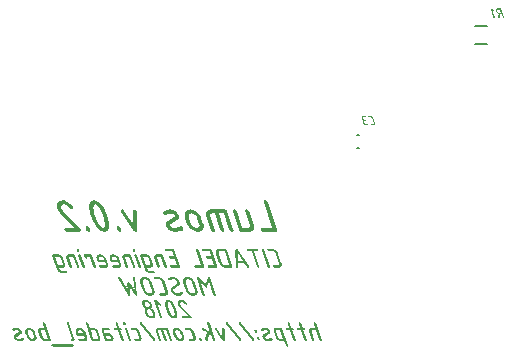
<source format=gbo>
G04*
G04 #@! TF.GenerationSoftware,Altium Limited,Altium Designer,18.0.9 (584)*
G04*
G04 Layer_Color=32896*
%FSLAX25Y25*%
%MOIN*%
G70*
G01*
G75*
%ADD13C,0.00787*%
G36*
X64974Y119372D02*
X65090Y119326D01*
X65182Y119256D01*
X65263Y119187D01*
X65309Y119106D01*
X65355Y119049D01*
X65366Y119003D01*
X65378Y118980D01*
X65482Y118680D01*
X65505Y118611D01*
Y118542D01*
X65493Y118449D01*
X65459Y118380D01*
X65401Y118323D01*
X65332Y118299D01*
X65274Y118288D01*
X65228Y118276D01*
X65216D01*
X65078Y118299D01*
X64951Y118346D01*
X64859Y118403D01*
X64790Y118484D01*
X64732Y118553D01*
X64697Y118622D01*
X64686Y118668D01*
X64675Y118680D01*
X64571Y118980D01*
X64548Y119049D01*
Y119118D01*
Y119210D01*
X64594Y119280D01*
X64651Y119337D01*
X64721Y119360D01*
X64778Y119372D01*
X64813Y119383D01*
X64836D01*
X64974Y119372D01*
D02*
G37*
G36*
X46284D02*
X46399Y119326D01*
X46492Y119256D01*
X46572Y119187D01*
X46619Y119106D01*
X46665Y119049D01*
X46676Y119003D01*
X46688Y118980D01*
X46791Y118680D01*
X46815Y118611D01*
Y118542D01*
X46803Y118449D01*
X46768Y118380D01*
X46711Y118323D01*
X46642Y118299D01*
X46584Y118288D01*
X46538Y118276D01*
X46526D01*
X46388Y118299D01*
X46261Y118346D01*
X46169Y118403D01*
X46100Y118484D01*
X46042Y118553D01*
X46007Y118622D01*
X45996Y118668D01*
X45984Y118680D01*
X45881Y118980D01*
X45858Y119049D01*
Y119118D01*
Y119210D01*
X45904Y119280D01*
X45961Y119337D01*
X46031Y119360D01*
X46088Y119372D01*
X46123Y119383D01*
X46146D01*
X46284Y119372D01*
D02*
G37*
G36*
X111198Y119360D02*
X111440Y119314D01*
X111659Y119233D01*
X111855Y119153D01*
X112028Y119060D01*
X112144Y118980D01*
X112201Y118957D01*
X112224Y118934D01*
X112247Y118911D01*
X112259D01*
X112478Y118726D01*
X112662Y118530D01*
X112812Y118334D01*
X112927Y118161D01*
X113020Y118000D01*
X113077Y117873D01*
X113101Y117827D01*
X113112Y117792D01*
X113124Y117769D01*
Y117757D01*
X114161Y114714D01*
X114196Y114587D01*
X114219Y114471D01*
X114242Y114252D01*
Y114045D01*
X114207Y113883D01*
X114161Y113745D01*
X114127Y113641D01*
X114092Y113584D01*
X114081Y113561D01*
X113954Y113411D01*
X113792Y113295D01*
X113631Y113215D01*
X113469Y113157D01*
X113320Y113122D01*
X113204Y113111D01*
X113158Y113099D01*
X111878D01*
X111740Y113111D01*
X111613Y113157D01*
X111521Y113226D01*
X111440Y113295D01*
X111394Y113365D01*
X111348Y113434D01*
X111336Y113480D01*
X111325Y113491D01*
X111302Y113561D01*
Y113630D01*
X111313Y113722D01*
X111359Y113791D01*
X111417Y113849D01*
X111475Y113872D01*
X111544Y113883D01*
X111579Y113895D01*
X112824D01*
X112939Y113907D01*
X113043Y113930D01*
X113124Y113964D01*
X113193Y114010D01*
X113250Y114056D01*
X113285Y114091D01*
X113308Y114114D01*
X113320Y114126D01*
X113366Y114218D01*
X113389Y114322D01*
X113400Y114414D01*
X113389Y114506D01*
X113377Y114587D01*
X113366Y114656D01*
X113354Y114702D01*
Y114714D01*
X112316Y117757D01*
X112259Y117884D01*
X112201Y118000D01*
X112132Y118092D01*
X112051Y118184D01*
X111982Y118253D01*
X111924Y118299D01*
X111890Y118334D01*
X111878Y118346D01*
X111751Y118426D01*
X111636Y118484D01*
X111532Y118530D01*
X111429Y118553D01*
X111348Y118576D01*
X111279Y118588D01*
X109999D01*
X109861Y118599D01*
X109745Y118645D01*
X109653Y118714D01*
X109572Y118784D01*
X109526Y118853D01*
X109480Y118922D01*
X109468Y118968D01*
X109457Y118980D01*
X109434Y119049D01*
Y119118D01*
X109446Y119210D01*
X109492Y119280D01*
X109549Y119337D01*
X109607Y119360D01*
X109676Y119372D01*
X109711Y119383D01*
X110956D01*
X111198Y119360D01*
D02*
G37*
G36*
X107947Y119372D02*
X108062Y119326D01*
X108154Y119256D01*
X108235Y119187D01*
X108281Y119106D01*
X108327Y119049D01*
X108339Y119003D01*
X108350Y118980D01*
X110218Y113491D01*
X110241Y113422D01*
Y113365D01*
X110230Y113261D01*
X110195Y113192D01*
X110137Y113145D01*
X110068Y113122D01*
X110010Y113111D01*
X109964Y113099D01*
X109953D01*
X109814Y113111D01*
X109688Y113157D01*
X109595Y113226D01*
X109526Y113295D01*
X109468Y113365D01*
X109434Y113434D01*
X109422Y113480D01*
X109411Y113491D01*
X107543Y118980D01*
X107520Y119049D01*
Y119118D01*
Y119210D01*
X107566Y119280D01*
X107624Y119337D01*
X107693Y119360D01*
X107751Y119372D01*
X107785Y119383D01*
X107808D01*
X107947Y119372D01*
D02*
G37*
G36*
X106079D02*
X106183Y119326D01*
X106275Y119256D01*
X106355Y119187D01*
X106402Y119106D01*
X106448Y119049D01*
X106459Y119003D01*
X106471Y118980D01*
X106494Y118911D01*
Y118853D01*
X106482Y118749D01*
X106448Y118680D01*
X106390Y118634D01*
X106321Y118611D01*
X106263Y118599D01*
X106217Y118588D01*
X105076D01*
X106817Y113491D01*
X106840Y113422D01*
Y113365D01*
X106828Y113261D01*
X106794Y113192D01*
X106736Y113145D01*
X106667Y113122D01*
X106609Y113111D01*
X106563Y113099D01*
X106551D01*
X106413Y113111D01*
X106286Y113157D01*
X106194Y113226D01*
X106125Y113295D01*
X106067Y113365D01*
X106033Y113434D01*
X106021Y113480D01*
X106009Y113491D01*
X104269Y118588D01*
X103162D01*
X103023Y118599D01*
X102896Y118645D01*
X102804Y118714D01*
X102735Y118784D01*
X102677Y118853D01*
X102643Y118922D01*
X102631Y118968D01*
X102620Y118980D01*
X102597Y119049D01*
Y119118D01*
Y119210D01*
X102643Y119280D01*
X102700Y119337D01*
X102770Y119360D01*
X102827Y119372D01*
X102862Y119383D01*
X105940D01*
X106079Y119372D01*
D02*
G37*
G36*
X99230D02*
X99322Y119337D01*
X99414Y119280D01*
X99484Y119233D01*
X99541Y119176D01*
X99587Y119118D01*
X99610Y119083D01*
X99622Y119072D01*
X103300Y113618D01*
X103346Y113538D01*
X103358Y113503D01*
Y113491D01*
X103381Y113422D01*
Y113365D01*
X103369Y113261D01*
X103335Y113192D01*
X103277Y113145D01*
X103208Y113122D01*
X103150Y113111D01*
X103104Y113099D01*
X103092D01*
X102989Y113111D01*
X102896Y113145D01*
X102816Y113180D01*
X102746Y113238D01*
X102689Y113284D01*
X102654Y113319D01*
X102631Y113353D01*
X102620Y113365D01*
X101767Y114621D01*
X99714D01*
X99726Y113365D01*
X99714Y113272D01*
X99680Y113215D01*
X99633Y113169D01*
X99576Y113134D01*
X99530Y113111D01*
X99484Y113099D01*
X99437D01*
X99299Y113111D01*
X99184Y113157D01*
X99092Y113226D01*
X99011Y113295D01*
X98965Y113365D01*
X98919Y113434D01*
X98907Y113480D01*
X98896Y113491D01*
X98884Y113538D01*
X98873Y113584D01*
Y113607D01*
Y113618D01*
X98838Y119083D01*
X98849Y119187D01*
X98873Y119256D01*
X98919Y119314D01*
X98976Y119349D01*
X99034Y119372D01*
X99080Y119383D01*
X99126D01*
X99230Y119372D01*
D02*
G37*
G36*
X95494D02*
X95598Y119326D01*
X95690Y119256D01*
X95771Y119187D01*
X95817Y119106D01*
X95863Y119049D01*
X95875Y119003D01*
X95886Y118980D01*
X97754Y113491D01*
X97777Y113422D01*
Y113365D01*
X97766Y113261D01*
X97731Y113192D01*
X97673Y113145D01*
X97604Y113122D01*
X97546Y113111D01*
X97500Y113099D01*
X95667D01*
X95414Y113122D01*
X95171Y113169D01*
X94952Y113249D01*
X94756Y113342D01*
X94583Y113422D01*
X94456Y113503D01*
X94410Y113526D01*
X94376Y113549D01*
X94364Y113572D01*
X94353D01*
X94134Y113757D01*
X93949Y113953D01*
X93799Y114137D01*
X93672Y114322D01*
X93592Y114483D01*
X93534Y114598D01*
X93511Y114644D01*
X93499Y114679D01*
X93488Y114702D01*
Y114714D01*
X92450Y117757D01*
X92416Y117884D01*
X92393Y118000D01*
X92370Y118230D01*
Y118426D01*
X92404Y118588D01*
X92439Y118726D01*
X92485Y118830D01*
X92519Y118887D01*
X92531Y118911D01*
X92658Y119072D01*
X92808Y119187D01*
X92981Y119268D01*
X93142Y119326D01*
X93292Y119360D01*
X93407Y119372D01*
X93453Y119383D01*
X95356D01*
X95494Y119372D01*
D02*
G37*
G36*
X90502D02*
X90617Y119326D01*
X90709Y119256D01*
X90790Y119187D01*
X90836Y119106D01*
X90882Y119049D01*
X90894Y119003D01*
X90905Y118980D01*
X92773Y113491D01*
X92796Y113422D01*
Y113365D01*
X92785Y113261D01*
X92750Y113192D01*
X92692Y113145D01*
X92623Y113122D01*
X92566Y113111D01*
X92519Y113099D01*
X90075D01*
X89937Y113111D01*
X89810Y113157D01*
X89718Y113226D01*
X89637Y113295D01*
X89591Y113365D01*
X89545Y113434D01*
X89533Y113480D01*
X89522Y113491D01*
X89499Y113561D01*
Y113630D01*
X89510Y113722D01*
X89556Y113791D01*
X89614Y113849D01*
X89671Y113872D01*
X89741Y113883D01*
X89775Y113895D01*
X91828D01*
X91067Y116143D01*
X89648D01*
X89510Y116155D01*
X89383Y116201D01*
X89291Y116270D01*
X89210Y116339D01*
X89164Y116409D01*
X89118Y116478D01*
X89107Y116524D01*
X89095Y116535D01*
X89072Y116604D01*
Y116674D01*
X89083Y116766D01*
X89130Y116835D01*
X89187Y116893D01*
X89245Y116916D01*
X89314Y116927D01*
X89349Y116939D01*
X90790D01*
X90225Y118588D01*
X88196D01*
X88057Y118599D01*
X87942Y118645D01*
X87850Y118714D01*
X87769Y118784D01*
X87723Y118853D01*
X87677Y118922D01*
X87665Y118968D01*
X87654Y118980D01*
X87631Y119049D01*
Y119118D01*
X87642Y119210D01*
X87688Y119280D01*
X87746Y119337D01*
X87804Y119360D01*
X87873Y119372D01*
X87907Y119383D01*
X90363D01*
X90502Y119372D01*
D02*
G37*
G36*
X86143D02*
X86259Y119326D01*
X86351Y119256D01*
X86432Y119187D01*
X86478Y119106D01*
X86524Y119049D01*
X86535Y119003D01*
X86547Y118980D01*
X88415Y113491D01*
X88438Y113422D01*
Y113365D01*
X88426Y113261D01*
X88392Y113192D01*
X88334Y113145D01*
X88265Y113122D01*
X88207Y113111D01*
X88161Y113099D01*
X85717Y113099D01*
X85578Y113111D01*
X85452Y113157D01*
X85359Y113226D01*
X85279Y113295D01*
X85233Y113365D01*
X85186Y113434D01*
X85175Y113480D01*
X85163Y113491D01*
X85140Y113561D01*
Y113630D01*
X85152Y113722D01*
X85198Y113791D01*
X85255Y113849D01*
X85313Y113872D01*
X85382Y113883D01*
X85417Y113895D01*
X87469Y113895D01*
X85740Y118980D01*
X85717Y119049D01*
Y119118D01*
Y119210D01*
X85763Y119280D01*
X85821Y119337D01*
X85890Y119360D01*
X85947Y119372D01*
X85982Y119383D01*
X86005D01*
X86143Y119372D01*
D02*
G37*
G36*
X78049Y119372D02*
X78165Y119326D01*
X78257Y119256D01*
X78338Y119187D01*
X78384Y119106D01*
X78430Y119049D01*
X78441Y119003D01*
X78453Y118980D01*
X80321Y113491D01*
X80344Y113422D01*
Y113365D01*
X80332Y113261D01*
X80298Y113192D01*
X80240Y113145D01*
X80171Y113122D01*
X80113Y113111D01*
X80067Y113099D01*
X77623D01*
X77484Y113111D01*
X77358Y113157D01*
X77265Y113226D01*
X77184Y113295D01*
X77138Y113365D01*
X77092Y113434D01*
X77081Y113480D01*
X77069Y113491D01*
X77046Y113561D01*
Y113630D01*
X77058Y113722D01*
X77104Y113791D01*
X77162Y113849D01*
X77219Y113872D01*
X77288Y113883D01*
X77323Y113895D01*
X79375D01*
X78614Y116143D01*
X77196D01*
X77058Y116155D01*
X76931Y116201D01*
X76839Y116270D01*
X76758Y116339D01*
X76712Y116409D01*
X76666Y116478D01*
X76654Y116524D01*
X76643Y116535D01*
X76620Y116604D01*
Y116674D01*
X76631Y116766D01*
X76677Y116835D01*
X76735Y116893D01*
X76793Y116916D01*
X76862Y116927D01*
X76896Y116939D01*
X78338D01*
X77773Y118588D01*
X75743D01*
X75605Y118599D01*
X75490Y118645D01*
X75397Y118714D01*
X75317Y118784D01*
X75271Y118853D01*
X75224Y118922D01*
X75213Y118968D01*
X75201Y118980D01*
X75178Y119049D01*
Y119118D01*
X75190Y119210D01*
X75236Y119280D01*
X75294Y119337D01*
X75351Y119360D01*
X75420Y119372D01*
X75455Y119383D01*
X77911D01*
X78049Y119372D01*
D02*
G37*
G36*
X74325Y117538D02*
X74429Y117492D01*
X74521Y117423D01*
X74602Y117354D01*
X74648Y117273D01*
X74694Y117216D01*
X74706Y117169D01*
X74717Y117146D01*
X75962Y113491D01*
X75985Y113422D01*
Y113365D01*
X75974Y113261D01*
X75939Y113192D01*
X75882Y113145D01*
X75813Y113122D01*
X75755Y113111D01*
X75709Y113099D01*
X75697D01*
X75559Y113111D01*
X75432Y113157D01*
X75340Y113226D01*
X75271Y113295D01*
X75213Y113365D01*
X75178Y113434D01*
X75167Y113480D01*
X75155Y113491D01*
X74048Y116754D01*
X72930D01*
X72849Y116743D01*
X72792Y116731D01*
X72688Y116685D01*
X72642Y116628D01*
X72619Y116616D01*
Y116604D01*
X72584Y116547D01*
X72572Y116489D01*
Y116362D01*
Y116316D01*
X72584Y116270D01*
X72596Y116247D01*
Y116236D01*
X73529Y113491D01*
X73553Y113422D01*
Y113365D01*
X73541Y113261D01*
X73506Y113192D01*
X73449Y113145D01*
X73380Y113122D01*
X73322Y113111D01*
X73276Y113099D01*
X73264D01*
X73126Y113111D01*
X72999Y113157D01*
X72907Y113226D01*
X72838Y113295D01*
X72780Y113365D01*
X72746Y113434D01*
X72734Y113480D01*
X72722Y113491D01*
X71789Y116236D01*
X71742Y116432D01*
X71719Y116604D01*
X71731Y116766D01*
X71754Y116904D01*
X71789Y117008D01*
X71823Y117089D01*
X71846Y117146D01*
X71858Y117158D01*
X71961Y117285D01*
X72088Y117389D01*
X72215Y117458D01*
X72354Y117504D01*
X72469Y117527D01*
X72572Y117550D01*
X74187D01*
X74325Y117538D01*
D02*
G37*
G36*
X65608Y117527D02*
X65712Y117481D01*
X65804Y117412D01*
X65885Y117342D01*
X65931Y117273D01*
X65977Y117204D01*
X65989Y117158D01*
X66000Y117146D01*
X67246Y113491D01*
X67269Y113422D01*
Y113365D01*
X67257Y113261D01*
X67223Y113192D01*
X67165Y113145D01*
X67096Y113122D01*
X67038Y113111D01*
X66992Y113099D01*
X66980D01*
X66842Y113111D01*
X66715Y113157D01*
X66623Y113226D01*
X66554Y113295D01*
X66496Y113365D01*
X66462Y113434D01*
X66450Y113480D01*
X66439Y113491D01*
X65193Y117146D01*
X65170Y117216D01*
Y117273D01*
X65182Y117377D01*
X65216Y117446D01*
X65274Y117492D01*
X65343Y117515D01*
X65412Y117538D01*
X65470D01*
X65608Y117527D01*
D02*
G37*
G36*
X63729Y117538D02*
X63833Y117492D01*
X63925Y117423D01*
X64006Y117354D01*
X64052Y117273D01*
X64098Y117216D01*
X64109Y117169D01*
X64121Y117146D01*
X65366Y113491D01*
X65389Y113422D01*
Y113365D01*
X65378Y113261D01*
X65343Y113192D01*
X65286Y113145D01*
X65216Y113122D01*
X65159Y113111D01*
X65113Y113099D01*
X65101D01*
X64963Y113111D01*
X64836Y113157D01*
X64744Y113226D01*
X64675Y113295D01*
X64617Y113365D01*
X64582Y113434D01*
X64571Y113480D01*
X64559Y113491D01*
X63452Y116754D01*
X62334D01*
X62253Y116743D01*
X62195Y116731D01*
X62092Y116685D01*
X62046Y116628D01*
X62023Y116616D01*
Y116604D01*
X61988Y116547D01*
X61976Y116489D01*
Y116362D01*
Y116316D01*
X61988Y116270D01*
X61999Y116247D01*
Y116236D01*
X62933Y113491D01*
X62957Y113422D01*
Y113365D01*
X62945Y113261D01*
X62910Y113192D01*
X62853Y113145D01*
X62784Y113122D01*
X62726Y113111D01*
X62680Y113099D01*
X62668D01*
X62530Y113111D01*
X62403Y113157D01*
X62311Y113226D01*
X62242Y113295D01*
X62184Y113365D01*
X62149Y113434D01*
X62138Y113480D01*
X62126Y113491D01*
X61192Y116236D01*
X61146Y116432D01*
X61123Y116604D01*
X61135Y116766D01*
X61158Y116904D01*
X61192Y117008D01*
X61227Y117089D01*
X61250Y117146D01*
X61262Y117158D01*
X61365Y117285D01*
X61492Y117389D01*
X61619Y117458D01*
X61757Y117504D01*
X61873Y117527D01*
X61976Y117550D01*
X63591D01*
X63729Y117538D01*
D02*
G37*
G36*
X58252Y117527D02*
X58494Y117481D01*
X58714Y117400D01*
X58909Y117319D01*
X59082Y117227D01*
X59198Y117146D01*
X59255Y117123D01*
X59278Y117100D01*
X59302Y117077D01*
X59313D01*
X59532Y116893D01*
X59717Y116697D01*
X59866Y116501D01*
X59982Y116328D01*
X60074Y116166D01*
X60132Y116040D01*
X60155Y115993D01*
X60166Y115959D01*
X60178Y115936D01*
Y115924D01*
X60697Y114402D01*
X60743Y114206D01*
X60766Y114022D01*
X60754Y113860D01*
X60731Y113734D01*
X60708Y113618D01*
X60674Y113538D01*
X60650Y113491D01*
X60639Y113468D01*
X60535Y113341D01*
X60408Y113261D01*
X60270Y113192D01*
X60143Y113145D01*
X60016Y113122D01*
X59924Y113111D01*
X59855Y113099D01*
X58310D01*
X58172Y113111D01*
X58045Y113157D01*
X57952Y113226D01*
X57872Y113295D01*
X57826Y113365D01*
X57780Y113434D01*
X57768Y113480D01*
X57757Y113491D01*
X57733Y113561D01*
Y113630D01*
X57745Y113722D01*
X57791Y113791D01*
X57849Y113849D01*
X57906Y113872D01*
X57976Y113883D01*
X58010Y113895D01*
X59555D01*
X59624Y113907D01*
X59693Y113918D01*
X59786Y113964D01*
X59843Y114010D01*
X59866Y114033D01*
X59890Y114091D01*
X59913Y114160D01*
Y114276D01*
X59901Y114322D01*
Y114368D01*
X59890Y114391D01*
Y114402D01*
X59717Y114921D01*
X57272D01*
X56938Y115924D01*
X56903Y116051D01*
X56880Y116166D01*
X56857Y116397D01*
Y116593D01*
X56892Y116754D01*
X56926Y116893D01*
X56972Y116997D01*
X57007Y117054D01*
X57019Y117077D01*
X57145Y117239D01*
X57295Y117354D01*
X57468Y117435D01*
X57630Y117492D01*
X57780Y117527D01*
X57895Y117538D01*
X57941Y117550D01*
X58010D01*
X58252Y117527D01*
D02*
G37*
G36*
X53894D02*
X54136Y117481D01*
X54355Y117400D01*
X54551Y117319D01*
X54724Y117227D01*
X54839Y117146D01*
X54897Y117123D01*
X54920Y117100D01*
X54943Y117077D01*
X54955D01*
X55174Y116893D01*
X55358Y116697D01*
X55508Y116501D01*
X55623Y116328D01*
X55716Y116166D01*
X55773Y116040D01*
X55796Y115993D01*
X55808Y115959D01*
X55819Y115936D01*
Y115924D01*
X56338Y114402D01*
X56384Y114206D01*
X56407Y114022D01*
X56396Y113860D01*
X56373Y113734D01*
X56350Y113618D01*
X56315Y113538D01*
X56292Y113491D01*
X56281Y113468D01*
X56177Y113341D01*
X56050Y113261D01*
X55912Y113192D01*
X55785Y113145D01*
X55658Y113122D01*
X55566Y113111D01*
X55497Y113099D01*
X53952D01*
X53813Y113111D01*
X53686Y113157D01*
X53594Y113226D01*
X53513Y113295D01*
X53467Y113365D01*
X53421Y113434D01*
X53410Y113480D01*
X53398Y113491D01*
X53375Y113561D01*
Y113630D01*
X53387Y113722D01*
X53433Y113791D01*
X53490Y113849D01*
X53548Y113872D01*
X53617Y113883D01*
X53652Y113895D01*
X55197D01*
X55266Y113907D01*
X55335Y113918D01*
X55427Y113964D01*
X55485Y114010D01*
X55508Y114033D01*
X55531Y114091D01*
X55554Y114160D01*
Y114276D01*
X55543Y114322D01*
Y114368D01*
X55531Y114391D01*
Y114402D01*
X55358Y114921D01*
X52914D01*
X52579Y115924D01*
X52545Y116051D01*
X52522Y116166D01*
X52499Y116397D01*
Y116593D01*
X52533Y116754D01*
X52568Y116893D01*
X52614Y116997D01*
X52649Y117054D01*
X52660Y117077D01*
X52787Y117239D01*
X52937Y117354D01*
X53110Y117435D01*
X53271Y117492D01*
X53421Y117527D01*
X53536Y117538D01*
X53583Y117550D01*
X53652D01*
X53894Y117527D01*
D02*
G37*
G36*
X50654Y117538D02*
X50758Y117492D01*
X50850Y117423D01*
X50931Y117354D01*
X50977Y117273D01*
X51023Y117216D01*
X51034Y117169D01*
X51046Y117146D01*
X52291Y113491D01*
X52314Y113422D01*
Y113365D01*
X52303Y113261D01*
X52268Y113192D01*
X52211Y113145D01*
X52141Y113122D01*
X52084Y113111D01*
X52038Y113099D01*
X52026D01*
X51888Y113111D01*
X51761Y113157D01*
X51669Y113226D01*
X51600Y113295D01*
X51542Y113365D01*
X51507Y113434D01*
X51496Y113480D01*
X51484Y113491D01*
X50377Y116754D01*
X49351D01*
X49420Y116535D01*
X49443Y116466D01*
Y116409D01*
X49432Y116305D01*
X49397Y116236D01*
X49340Y116190D01*
X49270Y116166D01*
X49213Y116155D01*
X49167Y116143D01*
X49155D01*
X49017Y116155D01*
X48901Y116201D01*
X48809Y116270D01*
X48728Y116339D01*
X48682Y116409D01*
X48636Y116478D01*
X48625Y116524D01*
X48613Y116535D01*
X48406Y117146D01*
X48383Y117216D01*
Y117285D01*
X48394Y117377D01*
X48440Y117446D01*
X48498Y117504D01*
X48555Y117527D01*
X48625Y117538D01*
X48659Y117550D01*
X50516D01*
X50654Y117538D01*
D02*
G37*
G36*
X46918Y117527D02*
X47022Y117481D01*
X47114Y117412D01*
X47195Y117342D01*
X47241Y117273D01*
X47287Y117204D01*
X47299Y117158D01*
X47310Y117146D01*
X48555Y113491D01*
X48579Y113422D01*
Y113365D01*
X48567Y113261D01*
X48533Y113192D01*
X48475Y113145D01*
X48406Y113122D01*
X48348Y113111D01*
X48302Y113099D01*
X48290D01*
X48152Y113111D01*
X48025Y113157D01*
X47933Y113226D01*
X47864Y113295D01*
X47806Y113365D01*
X47771Y113434D01*
X47760Y113480D01*
X47748Y113491D01*
X46503Y117146D01*
X46480Y117216D01*
Y117273D01*
X46492Y117377D01*
X46526Y117446D01*
X46584Y117492D01*
X46653Y117515D01*
X46722Y117538D01*
X46780D01*
X46918Y117527D01*
D02*
G37*
G36*
X45039Y117538D02*
X45143Y117492D01*
X45235Y117423D01*
X45316Y117354D01*
X45362Y117273D01*
X45408Y117216D01*
X45419Y117169D01*
X45431Y117146D01*
X46676Y113491D01*
X46699Y113422D01*
Y113365D01*
X46688Y113261D01*
X46653Y113192D01*
X46595Y113145D01*
X46526Y113122D01*
X46469Y113111D01*
X46422Y113099D01*
X46411D01*
X46273Y113111D01*
X46146Y113157D01*
X46053Y113226D01*
X45984Y113295D01*
X45927Y113365D01*
X45892Y113434D01*
X45881Y113480D01*
X45869Y113491D01*
X44762Y116754D01*
X43644D01*
X43563Y116743D01*
X43505Y116731D01*
X43402Y116685D01*
X43356Y116628D01*
X43332Y116616D01*
Y116604D01*
X43298Y116547D01*
X43286Y116489D01*
Y116362D01*
Y116316D01*
X43298Y116270D01*
X43309Y116247D01*
Y116236D01*
X44243Y113491D01*
X44266Y113422D01*
Y113365D01*
X44255Y113261D01*
X44220Y113192D01*
X44163Y113145D01*
X44093Y113122D01*
X44036Y113111D01*
X43990Y113099D01*
X43978D01*
X43840Y113111D01*
X43713Y113157D01*
X43621Y113226D01*
X43551Y113295D01*
X43494Y113365D01*
X43459Y113434D01*
X43448Y113480D01*
X43436Y113491D01*
X42502Y116236D01*
X42456Y116432D01*
X42433Y116604D01*
X42445Y116766D01*
X42468Y116904D01*
X42502Y117008D01*
X42537Y117089D01*
X42560Y117146D01*
X42571Y117158D01*
X42675Y117285D01*
X42802Y117389D01*
X42929Y117458D01*
X43067Y117504D01*
X43183Y117527D01*
X43286Y117550D01*
X44901D01*
X45039Y117538D01*
D02*
G37*
G36*
X69113D02*
X69310Y117492D01*
X69494Y117435D01*
X69655Y117366D01*
X69782Y117285D01*
X69886Y117227D01*
X69955Y117181D01*
X69967Y117169D01*
X69978D01*
X70151Y117020D01*
X70301Y116858D01*
X70416Y116708D01*
X70509Y116558D01*
X70589Y116432D01*
X70635Y116328D01*
X70659Y116259D01*
X70670Y116247D01*
Y116236D01*
X71293Y114402D01*
X71327Y114276D01*
X71350Y114149D01*
X71362Y114033D01*
Y113941D01*
X71350Y113860D01*
Y113803D01*
X71339Y113757D01*
Y113745D01*
X71304Y113630D01*
X71258Y113538D01*
X71201Y113445D01*
X71131Y113376D01*
X70981Y113261D01*
X70832Y113180D01*
X70682Y113134D01*
X70543Y113111D01*
X70497Y113099D01*
X69298D01*
X69482Y112581D01*
X69517Y112511D01*
X69552Y112442D01*
X69644Y112327D01*
X69690Y112281D01*
X69725Y112246D01*
X69748Y112235D01*
X69759Y112223D01*
X69828Y112165D01*
X69909Y112131D01*
X70036Y112085D01*
X70094Y112073D01*
X70140Y112062D01*
X71385D01*
X71523Y112050D01*
X71639Y112004D01*
X71731Y111935D01*
X71800Y111866D01*
X71858Y111796D01*
X71892Y111727D01*
X71904Y111681D01*
X71915Y111670D01*
X71938Y111600D01*
Y111531D01*
Y111439D01*
X71892Y111370D01*
X71835Y111312D01*
X71777Y111289D01*
X71719Y111278D01*
X71673Y111266D01*
X70439D01*
X70232Y111278D01*
X70036Y111324D01*
X69863Y111393D01*
X69702Y111462D01*
X69563Y111531D01*
X69471Y111600D01*
X69402Y111647D01*
X69379Y111658D01*
X69194Y111808D01*
X69044Y111958D01*
X68929Y112119D01*
X68837Y112258D01*
X68756Y112384D01*
X68710Y112488D01*
X68687Y112557D01*
X68675Y112569D01*
Y112581D01*
X67119Y117146D01*
X67096Y117216D01*
Y117285D01*
X67107Y117377D01*
X67142Y117446D01*
X67199Y117504D01*
X67269Y117527D01*
X67338Y117538D01*
X67373Y117550D01*
X68918D01*
X69113Y117538D01*
D02*
G37*
G36*
X39827D02*
X40023Y117492D01*
X40208Y117435D01*
X40369Y117366D01*
X40496Y117285D01*
X40600Y117227D01*
X40669Y117181D01*
X40681Y117169D01*
X40692D01*
X40865Y117020D01*
X41015Y116858D01*
X41130Y116708D01*
X41223Y116558D01*
X41303Y116432D01*
X41349Y116328D01*
X41372Y116259D01*
X41384Y116247D01*
Y116236D01*
X42006Y114402D01*
X42041Y114276D01*
X42064Y114149D01*
X42076Y114033D01*
Y113941D01*
X42064Y113860D01*
Y113803D01*
X42053Y113757D01*
Y113745D01*
X42018Y113630D01*
X41972Y113538D01*
X41914Y113445D01*
X41845Y113376D01*
X41695Y113261D01*
X41545Y113180D01*
X41395Y113134D01*
X41257Y113111D01*
X41211Y113099D01*
X40012D01*
X40196Y112581D01*
X40231Y112511D01*
X40266Y112442D01*
X40358Y112327D01*
X40404Y112281D01*
X40438Y112246D01*
X40462Y112235D01*
X40473Y112223D01*
X40542Y112165D01*
X40623Y112131D01*
X40750Y112085D01*
X40807Y112073D01*
X40854Y112062D01*
X42099D01*
X42237Y112050D01*
X42352Y112004D01*
X42445Y111935D01*
X42514Y111866D01*
X42571Y111796D01*
X42606Y111727D01*
X42618Y111681D01*
X42629Y111670D01*
X42652Y111600D01*
Y111531D01*
Y111439D01*
X42606Y111370D01*
X42548Y111312D01*
X42491Y111289D01*
X42433Y111278D01*
X42387Y111266D01*
X41153D01*
X40946Y111278D01*
X40750Y111324D01*
X40577Y111393D01*
X40415Y111462D01*
X40277Y111531D01*
X40185Y111600D01*
X40116Y111647D01*
X40093Y111658D01*
X39908Y111808D01*
X39758Y111958D01*
X39643Y112119D01*
X39551Y112258D01*
X39470Y112384D01*
X39424Y112488D01*
X39401Y112557D01*
X39389Y112569D01*
Y112581D01*
X37833Y117146D01*
X37810Y117216D01*
Y117285D01*
X37821Y117377D01*
X37856Y117446D01*
X37913Y117504D01*
X37982Y117527D01*
X38052Y117538D01*
X38086Y117550D01*
X39631D01*
X39827Y117538D01*
D02*
G37*
G36*
X89983Y109998D02*
X90098Y109952D01*
X90190Y109882D01*
X90271Y109813D01*
X90317Y109733D01*
X90363Y109675D01*
X90375Y109629D01*
X90386Y109606D01*
X92254Y104118D01*
X92277Y104048D01*
Y103991D01*
X92266Y103887D01*
X92231Y103818D01*
X92173Y103772D01*
X92104Y103749D01*
X92047Y103737D01*
X92001Y103726D01*
X91989D01*
X91851Y103737D01*
X91724Y103783D01*
X91632Y103852D01*
X91562Y103921D01*
X91505Y103991D01*
X91470Y104060D01*
X91459Y104106D01*
X91447Y104118D01*
X89948Y108510D01*
X89510Y106689D01*
X89476Y106620D01*
X89441Y106562D01*
X89383Y106527D01*
X89337Y106493D01*
X89291Y106481D01*
X89256Y106470D01*
X89222D01*
X89141Y106481D01*
X89060Y106504D01*
X88922Y106585D01*
X88864Y106620D01*
X88818Y106654D01*
X88795Y106677D01*
X88784Y106689D01*
X87100Y108510D01*
X88599Y104118D01*
X88622Y104048D01*
Y103991D01*
X88611Y103887D01*
X88576Y103818D01*
X88519Y103772D01*
X88449Y103749D01*
X88392Y103737D01*
X88346Y103726D01*
X88334D01*
X88196Y103737D01*
X88069Y103783D01*
X87977Y103852D01*
X87907Y103921D01*
X87850Y103991D01*
X87815Y104060D01*
X87804Y104106D01*
X87792Y104118D01*
X85924Y109606D01*
X85901Y109675D01*
Y109744D01*
X85913Y109836D01*
X85947Y109906D01*
X86005Y109963D01*
X86074Y109986D01*
X86143Y109998D01*
X86178Y110009D01*
X86201D01*
X86282Y109998D01*
X86351Y109986D01*
X86478Y109917D01*
X86524Y109882D01*
X86558Y109860D01*
X86581Y109836D01*
X86593Y109825D01*
X88864Y107507D01*
X89556Y109813D01*
X89591Y109882D01*
X89625Y109929D01*
X89683Y109963D01*
X89729Y109986D01*
X89775Y109998D01*
X89810Y110009D01*
X89845D01*
X89983Y109998D01*
D02*
G37*
G36*
X65090D02*
X65193Y109952D01*
X65286Y109882D01*
X65366Y109813D01*
X65412Y109733D01*
X65459Y109675D01*
X65470Y109629D01*
X65482Y109606D01*
X65493Y109548D01*
X65505Y109525D01*
Y109514D01*
X66150Y103991D01*
Y103899D01*
X66116Y103841D01*
X66081Y103795D01*
X66023Y103760D01*
X65966Y103737D01*
X65920Y103726D01*
X65874D01*
X65770Y103737D01*
X65666Y103772D01*
X65574Y103829D01*
X65505Y103887D01*
X65435Y103945D01*
X65389Y104002D01*
X65366Y104037D01*
X65355Y104048D01*
X63625Y106723D01*
X63718Y104048D01*
X63706Y103945D01*
X63671Y103864D01*
X63625Y103806D01*
X63568Y103772D01*
X63521Y103749D01*
X63475Y103726D01*
X63429D01*
X63314Y103737D01*
X63210Y103772D01*
X63130Y103829D01*
X63049Y103887D01*
X63003Y103945D01*
X62957Y104002D01*
X62933Y104037D01*
X62922Y104048D01*
X59843Y109514D01*
X59809Y109583D01*
X59797Y109594D01*
Y109606D01*
X59774Y109675D01*
Y109744D01*
X59786Y109836D01*
X59820Y109906D01*
X59878Y109963D01*
X59947Y109986D01*
X60016Y109998D01*
X60051Y110009D01*
X60074D01*
X60189Y109998D01*
X60282Y109963D01*
X60374Y109906D01*
X60443Y109848D01*
X60501Y109790D01*
X60535Y109733D01*
X60558Y109698D01*
X60570Y109687D01*
X62945Y105351D01*
X62841Y107922D01*
X62853Y108003D01*
X62887Y108072D01*
X62933Y108118D01*
X62980Y108142D01*
X63037Y108165D01*
X63083Y108176D01*
X63130D01*
X63233Y108165D01*
X63326Y108130D01*
X63418Y108072D01*
X63487Y108015D01*
X63544Y107957D01*
X63591Y107899D01*
X63614Y107865D01*
X63625Y107853D01*
X65228Y105351D01*
X64651Y109733D01*
Y109825D01*
X64686Y109894D01*
X64732Y109940D01*
X64790Y109975D01*
X64847Y109998D01*
X64894Y110009D01*
X64951D01*
X65090Y109998D01*
D02*
G37*
G36*
X82869D02*
X83019Y109986D01*
X83307Y109917D01*
X83561Y109836D01*
X83803Y109733D01*
X83999Y109629D01*
X84079Y109571D01*
X84149Y109537D01*
X84206Y109502D01*
X84241Y109467D01*
X84264Y109456D01*
X84276Y109444D01*
X84529Y109225D01*
X84748Y108995D01*
X84933Y108764D01*
X85071Y108557D01*
X85175Y108361D01*
X85209Y108291D01*
X85244Y108222D01*
X85267Y108165D01*
X85290Y108118D01*
X85302Y108095D01*
Y108084D01*
X86132Y105640D01*
X86178Y105490D01*
X86201Y105351D01*
X86224Y105224D01*
Y105086D01*
X86212Y104856D01*
X86178Y104659D01*
X86132Y104498D01*
X86086Y104383D01*
X86063Y104337D01*
X86040Y104302D01*
X86028Y104290D01*
Y104279D01*
X85959Y104187D01*
X85867Y104095D01*
X85694Y103956D01*
X85498Y103864D01*
X85302Y103795D01*
X85129Y103760D01*
X84990Y103737D01*
X84944Y103726D01*
X84864D01*
X84714Y103737D01*
X84564Y103749D01*
X84276Y103818D01*
X84010Y103899D01*
X83780Y104002D01*
X83584Y104106D01*
X83503Y104152D01*
X83434Y104198D01*
X83376Y104233D01*
X83341Y104256D01*
X83319Y104267D01*
X83307Y104279D01*
X83169Y104383D01*
X83042Y104498D01*
X82823Y104729D01*
X82650Y104959D01*
X82511Y105167D01*
X82408Y105363D01*
X82362Y105444D01*
X82338Y105501D01*
X82315Y105559D01*
X82292Y105605D01*
X82281Y105628D01*
Y105640D01*
X81451Y108084D01*
X81405Y108234D01*
X81370Y108372D01*
X81358Y108510D01*
X81347Y108637D01*
X81358Y108868D01*
X81393Y109064D01*
X81439Y109225D01*
X81485Y109341D01*
X81508Y109387D01*
X81531Y109421D01*
X81543Y109433D01*
Y109444D01*
X81612Y109548D01*
X81704Y109629D01*
X81785Y109710D01*
X81877Y109767D01*
X82073Y109871D01*
X82269Y109940D01*
X82442Y109975D01*
X82523Y109998D01*
X82592D01*
X82638Y110009D01*
X82719D01*
X82869Y109998D01*
D02*
G37*
G36*
X78291Y109986D02*
X78534Y109929D01*
X78753Y109860D01*
X78949Y109767D01*
X79122Y109675D01*
X79237Y109606D01*
X79295Y109571D01*
X79318Y109548D01*
X79341Y109537D01*
X79352Y109525D01*
X79571Y109341D01*
X79756Y109145D01*
X79906Y108960D01*
X80021Y108776D01*
X80113Y108626D01*
X80171Y108499D01*
X80194Y108453D01*
X80205Y108418D01*
X80217Y108395D01*
Y108384D01*
X80263Y108211D01*
X80298Y108038D01*
X80309Y107888D01*
X80298Y107749D01*
X80275Y107623D01*
X80240Y107496D01*
X80194Y107392D01*
X80148Y107300D01*
X80032Y107150D01*
X79929Y107035D01*
X79894Y107000D01*
X79860Y106977D01*
X79836Y106954D01*
X79825D01*
X78268Y106066D01*
X78199Y105974D01*
X78165Y105859D01*
X78153Y105732D01*
Y105616D01*
X78165Y105513D01*
X78188Y105420D01*
X78199Y105363D01*
X78211Y105351D01*
Y105340D01*
X78257Y105213D01*
X78326Y105098D01*
X78395Y105005D01*
X78476Y104913D01*
X78545Y104844D01*
X78591Y104798D01*
X78637Y104763D01*
X78649Y104752D01*
X78764Y104671D01*
X78891Y104613D01*
X78995Y104579D01*
X79098Y104556D01*
X79179Y104533D01*
X79248Y104521D01*
X79456D01*
X79594Y104544D01*
X79721Y104556D01*
X79825Y104579D01*
X79917Y104602D01*
X79975Y104613D01*
X80021Y104636D01*
X80032D01*
X80205Y104729D01*
X80344Y104809D01*
X80459Y104878D01*
X80563Y104936D01*
X80632Y104982D01*
X80678Y105028D01*
X80713Y105040D01*
X80724Y105052D01*
X80805Y105098D01*
X80863Y105109D01*
X80909Y105121D01*
X80932D01*
X81047Y105098D01*
X81151Y105063D01*
X81232Y105028D01*
X81243Y105005D01*
X81255D01*
X81347Y104913D01*
X81416Y104821D01*
X81451Y104752D01*
X81462Y104740D01*
Y104729D01*
X81474Y104659D01*
Y104590D01*
X81451Y104498D01*
X81416Y104429D01*
X81405Y104417D01*
Y104406D01*
X81278Y104290D01*
X81139Y104187D01*
X80989Y104095D01*
X80840Y104014D01*
X80690Y103945D01*
X80528Y103887D01*
X80240Y103806D01*
X80102Y103783D01*
X79986Y103760D01*
X79871Y103749D01*
X79767Y103737D01*
X79698Y103726D01*
X79583D01*
X79329Y103749D01*
X79087Y103795D01*
X78868Y103875D01*
X78672Y103968D01*
X78499Y104048D01*
X78372Y104129D01*
X78326Y104152D01*
X78291Y104175D01*
X78280Y104198D01*
X78268D01*
X78049Y104383D01*
X77865Y104579D01*
X77715Y104763D01*
X77588Y104948D01*
X77507Y105109D01*
X77450Y105224D01*
X77427Y105271D01*
X77415Y105305D01*
X77404Y105328D01*
Y105340D01*
X77358Y105513D01*
X77323Y105686D01*
X77311Y105835D01*
X77323Y105974D01*
X77346Y106112D01*
X77381Y106228D01*
X77427Y106331D01*
X77484Y106424D01*
X77588Y106585D01*
X77692Y106689D01*
X77738Y106735D01*
X77773Y106758D01*
X77796Y106781D01*
X77807D01*
X79352Y107669D01*
X79421Y107761D01*
X79456Y107865D01*
X79467Y107992D01*
Y108107D01*
X79456Y108211D01*
X79433Y108303D01*
X79421Y108361D01*
X79410Y108384D01*
X79352Y108510D01*
X79295Y108626D01*
X79225Y108718D01*
X79145Y108810D01*
X79075Y108879D01*
X79018Y108926D01*
X78983Y108960D01*
X78972Y108972D01*
X78845Y109052D01*
X78729Y109110D01*
X78626Y109156D01*
X78522Y109179D01*
X78441Y109202D01*
X78372Y109214D01*
X78315D01*
X78072Y109202D01*
X77830Y109168D01*
X77623Y109122D01*
X77438Y109075D01*
X77277Y109029D01*
X77162Y108983D01*
X77115Y108960D01*
X77081Y108949D01*
X77069Y108937D01*
X77058D01*
X76989Y108914D01*
X76942Y108903D01*
X76896D01*
X76781Y108926D01*
X76677Y108960D01*
X76596Y108995D01*
X76585Y109018D01*
X76573D01*
X76470Y109122D01*
X76401Y109214D01*
X76366Y109283D01*
X76354Y109294D01*
Y109306D01*
X76343Y109387D01*
Y109456D01*
X76354Y109514D01*
X76389Y109560D01*
X76447Y109629D01*
X76458Y109652D01*
X76470D01*
X76562Y109710D01*
X76677Y109767D01*
X76919Y109860D01*
X77173Y109917D01*
X77438Y109963D01*
X77669Y109986D01*
X77773Y109998D01*
X77865Y110009D01*
X78049D01*
X78291Y109986D01*
D02*
G37*
G36*
X73311D02*
X73553Y109940D01*
X73772Y109860D01*
X73968Y109779D01*
X74141Y109687D01*
X74256Y109606D01*
X74314Y109583D01*
X74337Y109560D01*
X74360Y109537D01*
X74371D01*
X74590Y109352D01*
X74775Y109156D01*
X74925Y108960D01*
X75040Y108787D01*
X75132Y108626D01*
X75190Y108499D01*
X75213Y108453D01*
X75224Y108418D01*
X75236Y108395D01*
Y108384D01*
X76274Y105340D01*
X76308Y105213D01*
X76331Y105098D01*
X76354Y104878D01*
Y104671D01*
X76320Y104510D01*
X76274Y104371D01*
X76239Y104267D01*
X76205Y104210D01*
X76193Y104187D01*
X76066Y104037D01*
X75905Y103921D01*
X75743Y103841D01*
X75582Y103783D01*
X75432Y103749D01*
X75317Y103737D01*
X75271Y103726D01*
X73991D01*
X73852Y103737D01*
X73725Y103783D01*
X73633Y103852D01*
X73553Y103921D01*
X73506Y103991D01*
X73460Y104060D01*
X73449Y104106D01*
X73437Y104118D01*
X73414Y104187D01*
Y104256D01*
X73426Y104348D01*
X73472Y104417D01*
X73529Y104475D01*
X73587Y104498D01*
X73656Y104510D01*
X73691Y104521D01*
X74936D01*
X75051Y104533D01*
X75155Y104556D01*
X75236Y104590D01*
X75305Y104636D01*
X75363Y104683D01*
X75397Y104717D01*
X75420Y104740D01*
X75432Y104752D01*
X75478Y104844D01*
X75501Y104948D01*
X75513Y105040D01*
X75501Y105132D01*
X75490Y105213D01*
X75478Y105282D01*
X75467Y105328D01*
Y105340D01*
X74429Y108384D01*
X74371Y108510D01*
X74314Y108626D01*
X74244Y108718D01*
X74164Y108810D01*
X74094Y108879D01*
X74037Y108926D01*
X74002Y108960D01*
X73991Y108972D01*
X73864Y109052D01*
X73749Y109110D01*
X73645Y109156D01*
X73541Y109179D01*
X73460Y109202D01*
X73391Y109214D01*
X72111D01*
X71973Y109225D01*
X71858Y109272D01*
X71765Y109341D01*
X71685Y109410D01*
X71639Y109479D01*
X71592Y109548D01*
X71581Y109594D01*
X71569Y109606D01*
X71546Y109675D01*
Y109744D01*
X71558Y109836D01*
X71604Y109906D01*
X71662Y109963D01*
X71719Y109986D01*
X71789Y109998D01*
X71823Y110009D01*
X73068D01*
X73311Y109986D01*
D02*
G37*
G36*
X68549Y109998D02*
X68699Y109986D01*
X68987Y109917D01*
X69240Y109836D01*
X69482Y109733D01*
X69678Y109629D01*
X69759Y109571D01*
X69828Y109537D01*
X69886Y109502D01*
X69921Y109467D01*
X69944Y109456D01*
X69955Y109444D01*
X70209Y109225D01*
X70428Y108995D01*
X70612Y108764D01*
X70751Y108557D01*
X70855Y108361D01*
X70889Y108291D01*
X70924Y108222D01*
X70947Y108165D01*
X70970Y108118D01*
X70981Y108095D01*
Y108084D01*
X71811Y105640D01*
X71858Y105490D01*
X71881Y105351D01*
X71904Y105224D01*
Y105086D01*
X71892Y104856D01*
X71858Y104659D01*
X71811Y104498D01*
X71765Y104383D01*
X71742Y104337D01*
X71719Y104302D01*
X71708Y104290D01*
Y104279D01*
X71639Y104187D01*
X71546Y104095D01*
X71373Y103956D01*
X71177Y103864D01*
X70981Y103795D01*
X70808Y103760D01*
X70670Y103737D01*
X70624Y103726D01*
X70543D01*
X70393Y103737D01*
X70244Y103749D01*
X69955Y103818D01*
X69690Y103899D01*
X69459Y104002D01*
X69263Y104106D01*
X69183Y104152D01*
X69113Y104198D01*
X69056Y104233D01*
X69021Y104256D01*
X68998Y104267D01*
X68987Y104279D01*
X68848Y104383D01*
X68721Y104498D01*
X68502Y104729D01*
X68330Y104959D01*
X68191Y105167D01*
X68087Y105363D01*
X68041Y105444D01*
X68018Y105501D01*
X67995Y105559D01*
X67972Y105605D01*
X67961Y105628D01*
Y105640D01*
X67130Y108084D01*
X67084Y108234D01*
X67050Y108372D01*
X67038Y108510D01*
X67027Y108637D01*
X67038Y108868D01*
X67073Y109064D01*
X67119Y109225D01*
X67165Y109341D01*
X67188Y109387D01*
X67211Y109421D01*
X67223Y109433D01*
Y109444D01*
X67292Y109548D01*
X67384Y109629D01*
X67465Y109710D01*
X67557Y109767D01*
X67753Y109871D01*
X67949Y109940D01*
X68122Y109975D01*
X68203Y109998D01*
X68272D01*
X68318Y110009D01*
X68399D01*
X68549Y109998D01*
D02*
G37*
G36*
X80880Y102457D02*
X81064Y102423D01*
X81237Y102365D01*
X81422Y102284D01*
X81595Y102192D01*
X81756Y102088D01*
X82056Y101881D01*
X82194Y101765D01*
X82321Y101662D01*
X82425Y101558D01*
X82517Y101466D01*
X82586Y101397D01*
X82644Y101327D01*
X82679Y101293D01*
X82690Y101281D01*
X82713Y101247D01*
X82736Y101200D01*
X82748Y101166D01*
X82759Y101154D01*
X82782Y101085D01*
Y101016D01*
X82771Y100924D01*
X82736Y100855D01*
X82679Y100797D01*
X82609Y100774D01*
X82552Y100762D01*
X82506Y100751D01*
X82494D01*
X82402Y100762D01*
X82321Y100785D01*
X82194Y100855D01*
X82148Y100889D01*
X82114Y100912D01*
X82091Y100935D01*
X82079Y100947D01*
X81952Y101074D01*
X81837Y101189D01*
X81733Y101281D01*
X81629Y101362D01*
X81526Y101443D01*
X81433Y101500D01*
X81272Y101581D01*
X81145Y101639D01*
X81041Y101662D01*
X80984Y101673D01*
X80961D01*
X80845Y101662D01*
X80742Y101639D01*
X80661Y101593D01*
X80592Y101558D01*
X80534Y101512D01*
X80499Y101466D01*
X80476Y101443D01*
X80465Y101431D01*
X80419Y101339D01*
X80384Y101235D01*
Y101143D01*
Y101051D01*
X80396Y100970D01*
X80407Y100901D01*
X80419Y100855D01*
Y100843D01*
X80453Y100762D01*
X80499Y100682D01*
X80603Y100532D01*
X80649Y100474D01*
X80684Y100428D01*
X80707Y100405D01*
X80718Y100393D01*
X84178Y96796D01*
X84235Y96715D01*
X84281Y96646D01*
X84304Y96600D01*
X84316Y96577D01*
X84339Y96508D01*
Y96450D01*
X84327Y96346D01*
X84293Y96277D01*
X84235Y96231D01*
X84166Y96208D01*
X84108Y96196D01*
X84062Y96185D01*
X81618D01*
X81480Y96196D01*
X81353Y96243D01*
X81260Y96312D01*
X81191Y96381D01*
X81134Y96450D01*
X81099Y96519D01*
X81087Y96565D01*
X81076Y96577D01*
X81053Y96646D01*
Y96715D01*
Y96807D01*
X81099Y96877D01*
X81157Y96934D01*
X81226Y96957D01*
X81283Y96969D01*
X81318Y96981D01*
X83128D01*
X80223Y99921D01*
X80073Y100094D01*
X79934Y100267D01*
X79831Y100416D01*
X79750Y100555D01*
X79692Y100682D01*
X79658Y100762D01*
X79635Y100820D01*
X79623Y100843D01*
X79589Y100970D01*
X79566Y101085D01*
X79542Y101304D01*
Y101500D01*
X79577Y101662D01*
X79612Y101800D01*
X79658Y101904D01*
X79692Y101961D01*
X79704Y101985D01*
X79831Y102146D01*
X79992Y102261D01*
X80154Y102354D01*
X80315Y102411D01*
X80465Y102446D01*
X80580Y102457D01*
X80626Y102469D01*
X80695D01*
X80880Y102457D01*
D02*
G37*
G36*
X72048D02*
X72106Y102446D01*
X72232Y102400D01*
X72278Y102365D01*
X72313Y102342D01*
X72336Y102330D01*
X72348Y102319D01*
X73939Y101120D01*
X74043Y101028D01*
X74100Y100935D01*
X74135Y100866D01*
X74146Y100855D01*
Y100843D01*
X74169Y100774D01*
Y100716D01*
Y100612D01*
X74123Y100543D01*
X74066Y100497D01*
X74008Y100474D01*
X73950Y100462D01*
X73904Y100451D01*
X73893D01*
X73766Y100474D01*
X73662Y100509D01*
X73593Y100543D01*
X73581Y100566D01*
X73570D01*
X72797Y101235D01*
X74388Y96577D01*
X74412Y96508D01*
Y96450D01*
X74400Y96346D01*
X74365Y96277D01*
X74308Y96231D01*
X74239Y96208D01*
X74181Y96196D01*
X74135Y96185D01*
X74123D01*
X73985Y96196D01*
X73858Y96243D01*
X73766Y96312D01*
X73697Y96381D01*
X73639Y96450D01*
X73605Y96519D01*
X73593Y96565D01*
X73581Y96577D01*
X71714Y102065D01*
X71690Y102134D01*
Y102204D01*
Y102296D01*
X71737Y102365D01*
X71794Y102423D01*
X71863Y102446D01*
X71921Y102457D01*
X71956Y102469D01*
X71979D01*
X72048Y102457D01*
D02*
G37*
G36*
X76510D02*
X76683Y102411D01*
X76844Y102354D01*
X77006Y102273D01*
X77156Y102181D01*
X77306Y102077D01*
X77571Y101858D01*
X77686Y101742D01*
X77790Y101627D01*
X77882Y101523D01*
X77951Y101431D01*
X78021Y101350D01*
X78067Y101293D01*
X78090Y101247D01*
X78101Y101235D01*
X78297Y100924D01*
X78470Y100601D01*
X78632Y100278D01*
X78770Y99978D01*
X78828Y99840D01*
X78874Y99713D01*
X78920Y99598D01*
X78954Y99506D01*
X78989Y99425D01*
X79001Y99367D01*
X79024Y99333D01*
Y99321D01*
X79150Y98918D01*
X79243Y98549D01*
X79277Y98376D01*
X79312Y98226D01*
X79335Y98076D01*
X79358Y97938D01*
X79369Y97822D01*
X79381Y97707D01*
X79392Y97615D01*
Y97534D01*
X79404Y97476D01*
Y97430D01*
Y97407D01*
Y97396D01*
X79392Y97188D01*
X79358Y96992D01*
X79312Y96831D01*
X79254Y96692D01*
X79185Y96577D01*
X79104Y96485D01*
X79024Y96404D01*
X78931Y96335D01*
X78851Y96289D01*
X78770Y96254D01*
X78620Y96208D01*
X78551Y96196D01*
X78505Y96185D01*
X78470D01*
X78297Y96196D01*
X78124Y96243D01*
X77963Y96300D01*
X77801Y96381D01*
X77652Y96473D01*
X77502Y96577D01*
X77236Y96796D01*
X77121Y96911D01*
X77017Y97015D01*
X76925Y97119D01*
X76844Y97211D01*
X76787Y97292D01*
X76741Y97349D01*
X76718Y97396D01*
X76706Y97407D01*
X76510Y97718D01*
X76326Y98053D01*
X76176Y98364D01*
X76037Y98664D01*
X75980Y98802D01*
X75933Y98929D01*
X75887Y99044D01*
X75853Y99137D01*
X75818Y99217D01*
X75795Y99275D01*
X75784Y99309D01*
Y99321D01*
X75657Y99713D01*
X75565Y100082D01*
X75495Y100405D01*
X75472Y100555D01*
X75449Y100693D01*
X75438Y100808D01*
X75426Y100924D01*
X75415Y101016D01*
X75403Y101085D01*
Y101154D01*
Y101200D01*
Y101224D01*
Y101235D01*
X75415Y101454D01*
X75438Y101639D01*
X75484Y101812D01*
X75553Y101950D01*
X75622Y102065D01*
X75703Y102169D01*
X75784Y102250D01*
X75864Y102319D01*
X75957Y102365D01*
X76037Y102400D01*
X76187Y102446D01*
X76245Y102457D01*
X76291Y102469D01*
X76337D01*
X76510Y102457D01*
D02*
G37*
G36*
X69108Y102446D02*
X69350Y102400D01*
X69569Y102319D01*
X69765Y102238D01*
X69938Y102146D01*
X70053Y102065D01*
X70111Y102042D01*
X70134Y102019D01*
X70157Y101996D01*
X70169D01*
X70388Y101812D01*
X70572Y101616D01*
X70722Y101419D01*
X70837Y101247D01*
X70929Y101085D01*
X70987Y100958D01*
X71010Y100912D01*
X71022Y100878D01*
X71033Y100855D01*
Y100843D01*
X71079Y100693D01*
X71102Y100555D01*
X71114Y100428D01*
Y100313D01*
X71091Y100105D01*
X71033Y99932D01*
X70976Y99794D01*
X70906Y99702D01*
X70860Y99644D01*
X70837Y99621D01*
X71091Y99448D01*
X71310Y99252D01*
X71495Y99056D01*
X71633Y98860D01*
X71737Y98687D01*
X71771Y98606D01*
X71806Y98537D01*
X71829Y98491D01*
X71852Y98445D01*
X71863Y98422D01*
Y98410D01*
X72071Y97799D01*
X72106Y97672D01*
X72129Y97557D01*
X72152Y97338D01*
Y97130D01*
X72117Y96969D01*
X72071Y96831D01*
X72036Y96727D01*
X72002Y96669D01*
X71990Y96646D01*
X71863Y96496D01*
X71702Y96381D01*
X71541Y96300D01*
X71379Y96243D01*
X71229Y96208D01*
X71114Y96196D01*
X71068Y96185D01*
X70999D01*
X70745Y96208D01*
X70514Y96254D01*
X70295Y96335D01*
X70099Y96427D01*
X69926Y96508D01*
X69800Y96588D01*
X69753Y96611D01*
X69719Y96635D01*
X69707Y96658D01*
X69696D01*
X69477Y96842D01*
X69292Y97038D01*
X69142Y97223D01*
X69016Y97407D01*
X68935Y97569D01*
X68877Y97684D01*
X68854Y97730D01*
X68843Y97764D01*
X68831Y97788D01*
Y97799D01*
X68785Y97938D01*
X68739Y98064D01*
X68670Y98283D01*
X68624Y98468D01*
X68589Y98606D01*
X68566Y98710D01*
X68554Y98779D01*
X68543Y98814D01*
Y98825D01*
Y99010D01*
X68566Y99171D01*
X68600Y99309D01*
X68658Y99413D01*
X68716Y99506D01*
X68773Y99575D01*
X68808Y99609D01*
X68819Y99621D01*
X68681Y99702D01*
X68554Y99794D01*
X68335Y99990D01*
X68162Y100197D01*
X68024Y100393D01*
X67920Y100566D01*
X67874Y100647D01*
X67851Y100716D01*
X67828Y100762D01*
X67805Y100808D01*
X67793Y100831D01*
Y100843D01*
X67759Y100970D01*
X67736Y101085D01*
X67713Y101304D01*
Y101500D01*
X67747Y101662D01*
X67782Y101800D01*
X67828Y101904D01*
X67862Y101961D01*
X67874Y101985D01*
X68001Y102146D01*
X68162Y102261D01*
X68324Y102354D01*
X68485Y102411D01*
X68635Y102446D01*
X68750Y102457D01*
X68796Y102469D01*
X68866D01*
X69108Y102446D01*
D02*
G37*
G36*
X61780Y94917D02*
X61896Y94871D01*
X61988Y94801D01*
X62069Y94732D01*
X62115Y94651D01*
X62161Y94594D01*
X62173Y94548D01*
X62184Y94525D01*
X62288Y94225D01*
X62311Y94156D01*
Y94086D01*
X62299Y93994D01*
X62265Y93925D01*
X62207Y93867D01*
X62138Y93844D01*
X62080Y93833D01*
X62034Y93821D01*
X62023D01*
X61884Y93844D01*
X61757Y93890D01*
X61665Y93948D01*
X61596Y94029D01*
X61538Y94098D01*
X61504Y94167D01*
X61492Y94213D01*
X61481Y94225D01*
X61377Y94525D01*
X61354Y94594D01*
Y94663D01*
Y94755D01*
X61400Y94824D01*
X61458Y94882D01*
X61527Y94905D01*
X61584Y94917D01*
X61619Y94928D01*
X61642D01*
X61780Y94917D01*
D02*
G37*
G36*
X89810D02*
X89925Y94871D01*
X90017Y94801D01*
X90098Y94732D01*
X90144Y94651D01*
X90190Y94594D01*
X90202Y94548D01*
X90213Y94525D01*
X92081Y89036D01*
X92104Y88967D01*
Y88910D01*
X92093Y88806D01*
X92058Y88736D01*
X92001Y88690D01*
X91931Y88667D01*
X91874Y88656D01*
X91828Y88644D01*
X91816D01*
X91678Y88656D01*
X91551Y88702D01*
X91459Y88771D01*
X91390Y88840D01*
X91332Y88910D01*
X91297Y88979D01*
X91286Y89025D01*
X91274Y89036D01*
X90721Y90662D01*
X90064Y91100D01*
X89660Y88852D01*
X89637Y88783D01*
X89602Y88736D01*
X89556Y88690D01*
X89499Y88667D01*
X89464Y88656D01*
X89418Y88644D01*
X89383D01*
X89256Y88667D01*
X89153Y88702D01*
X89107Y88725D01*
X89072Y88736D01*
X89060Y88760D01*
X89049D01*
X88945Y88852D01*
X88876Y88944D01*
X88841Y89013D01*
X88830Y89025D01*
Y89036D01*
X88818Y89105D01*
X88807Y89163D01*
X88818Y89209D01*
Y89221D01*
X89280Y91538D01*
X87804Y92426D01*
X87746Y92461D01*
X87711Y92495D01*
X87642Y92588D01*
X87596Y92657D01*
X87585Y92680D01*
Y92691D01*
X87562Y92760D01*
Y92830D01*
X87573Y92922D01*
X87619Y92991D01*
X87677Y93049D01*
X87735Y93072D01*
X87804Y93083D01*
X87838Y93095D01*
X87861D01*
X87965Y93083D01*
X88046Y93060D01*
X88103Y93026D01*
X88115Y93014D01*
X88126D01*
X90409Y91573D01*
X89406Y94525D01*
X89383Y94594D01*
Y94663D01*
Y94755D01*
X89429Y94824D01*
X89487Y94882D01*
X89556Y94905D01*
X89614Y94917D01*
X89648Y94928D01*
X89671D01*
X89810Y94917D01*
D02*
G37*
G36*
X105606Y92472D02*
X105710Y92426D01*
X105802Y92357D01*
X105883Y92288D01*
X105929Y92207D01*
X105975Y92149D01*
X105986Y92103D01*
X105998Y92080D01*
X106102Y91780D01*
X106125Y91711D01*
Y91642D01*
X106113Y91550D01*
X106079Y91481D01*
X106021Y91423D01*
X105952Y91400D01*
X105894Y91388D01*
X105848Y91377D01*
X105837D01*
X105698Y91400D01*
X105583Y91446D01*
X105491Y91504D01*
X105410Y91584D01*
X105364Y91654D01*
X105318Y91723D01*
X105306Y91769D01*
X105295Y91780D01*
X105191Y92080D01*
X105168Y92149D01*
Y92219D01*
X105179Y92311D01*
X105214Y92380D01*
X105272Y92438D01*
X105341Y92461D01*
X105410Y92472D01*
X105445Y92484D01*
X105468D01*
X105606Y92472D01*
D02*
G37*
G36*
X94779Y93072D02*
X94883Y93037D01*
X94964Y93003D01*
X94975Y92980D01*
X94987D01*
X95079Y92887D01*
X95148Y92795D01*
X95183Y92726D01*
X95194Y92703D01*
Y92691D01*
X95217Y92611D01*
Y92576D01*
Y92564D01*
X95240Y88956D01*
X95229Y88852D01*
X95206Y88771D01*
X95160Y88725D01*
X95102Y88679D01*
X95056Y88656D01*
X95010Y88644D01*
X94964D01*
X94860Y88656D01*
X94756Y88690D01*
X94664Y88748D01*
X94595Y88806D01*
X94526Y88852D01*
X94480Y88910D01*
X94456Y88944D01*
X94445Y88956D01*
X92024Y92564D01*
X91989Y92622D01*
X91966Y92657D01*
X91954Y92680D01*
Y92691D01*
X91931Y92760D01*
Y92830D01*
X91943Y92922D01*
X91978Y92991D01*
X92035Y93049D01*
X92104Y93072D01*
X92173Y93083D01*
X92208Y93095D01*
X92231D01*
X92335Y93083D01*
X92427Y93049D01*
X92508Y93003D01*
X92577Y92957D01*
X92635Y92910D01*
X92669Y92864D01*
X92692Y92830D01*
X92704Y92818D01*
X94456Y90097D01*
X94364Y92818D01*
X94376Y92910D01*
X94410Y92980D01*
X94456Y93026D01*
X94514Y93060D01*
X94572Y93083D01*
X94618Y93095D01*
X94664D01*
X94779Y93072D01*
D02*
G37*
G36*
X106436Y90028D02*
X106540Y89982D01*
X106632Y89913D01*
X106713Y89843D01*
X106759Y89763D01*
X106805Y89705D01*
X106817Y89659D01*
X106828Y89636D01*
X106932Y89336D01*
X106955Y89267D01*
Y89209D01*
X106944Y89105D01*
X106909Y89036D01*
X106851Y88990D01*
X106782Y88967D01*
X106724Y88956D01*
X106678Y88944D01*
X106667D01*
X106528Y88956D01*
X106413Y89002D01*
X106321Y89071D01*
X106240Y89140D01*
X106194Y89209D01*
X106148Y89278D01*
X106136Y89325D01*
X106125Y89336D01*
X106021Y89636D01*
X105998Y89705D01*
Y89774D01*
X106009Y89867D01*
X106044Y89936D01*
X106102Y89993D01*
X106171Y90016D01*
X106240Y90028D01*
X106275Y90039D01*
X106298D01*
X106436Y90028D01*
D02*
G37*
G36*
X125311Y94917D02*
X125426Y94871D01*
X125518Y94801D01*
X125599Y94732D01*
X125645Y94651D01*
X125691Y94594D01*
X125703Y94548D01*
X125714Y94525D01*
X127582Y89036D01*
X127605Y88967D01*
Y88910D01*
X127594Y88806D01*
X127559Y88736D01*
X127501Y88690D01*
X127432Y88667D01*
X127375Y88656D01*
X127329Y88644D01*
X127317D01*
X127179Y88656D01*
X127052Y88702D01*
X126960Y88771D01*
X126890Y88840D01*
X126833Y88910D01*
X126798Y88979D01*
X126787Y89025D01*
X126775Y89036D01*
X125668Y92299D01*
X124550D01*
X124469Y92288D01*
X124411Y92276D01*
X124308Y92230D01*
X124261Y92172D01*
X124239Y92161D01*
Y92149D01*
X124204Y92092D01*
X124192Y92034D01*
Y91907D01*
Y91861D01*
X124204Y91815D01*
X124215Y91792D01*
Y91780D01*
X125149Y89036D01*
X125172Y88967D01*
Y88910D01*
X125161Y88806D01*
X125126Y88736D01*
X125069Y88690D01*
X124999Y88667D01*
X124942Y88656D01*
X124896Y88644D01*
X124884D01*
X124746Y88656D01*
X124619Y88702D01*
X124527Y88771D01*
X124458Y88840D01*
X124400Y88910D01*
X124365Y88979D01*
X124354Y89025D01*
X124342Y89036D01*
X123397Y91803D01*
X123351Y92000D01*
X123339Y92172D01*
X123351Y92322D01*
X123374Y92461D01*
X123408Y92564D01*
X123443Y92645D01*
X123466Y92703D01*
X123477Y92714D01*
X123581Y92841D01*
X123708Y92933D01*
X123846Y93003D01*
X123973Y93049D01*
X124100Y93072D01*
X124192Y93095D01*
X125391D01*
X124907Y94525D01*
X124884Y94594D01*
Y94663D01*
Y94755D01*
X124930Y94824D01*
X124988Y94882D01*
X125057Y94905D01*
X125115Y94917D01*
X125149Y94928D01*
X125172D01*
X125311Y94917D01*
D02*
G37*
G36*
X120341D02*
X120457Y94871D01*
X120549Y94801D01*
X120630Y94732D01*
X120676Y94651D01*
X120722Y94594D01*
X120733Y94548D01*
X120745Y94525D01*
X121229Y93095D01*
X121448D01*
X121587Y93083D01*
X121690Y93037D01*
X121783Y92968D01*
X121863Y92899D01*
X121909Y92818D01*
X121956Y92760D01*
X121967Y92714D01*
X121979Y92691D01*
X122002Y92622D01*
Y92564D01*
X121990Y92461D01*
X121956Y92392D01*
X121898Y92345D01*
X121829Y92322D01*
X121771Y92311D01*
X121725Y92299D01*
X121506D01*
X122613Y89036D01*
X122636Y88967D01*
Y88910D01*
X122624Y88806D01*
X122590Y88736D01*
X122532Y88690D01*
X122463Y88667D01*
X122405Y88656D01*
X122359Y88644D01*
X122347D01*
X122209Y88656D01*
X122082Y88702D01*
X121990Y88771D01*
X121921Y88840D01*
X121863Y88910D01*
X121829Y88979D01*
X121817Y89025D01*
X121806Y89036D01*
X120699Y92299D01*
X119880D01*
X119742Y92311D01*
X119626Y92357D01*
X119534Y92426D01*
X119454Y92495D01*
X119407Y92564D01*
X119361Y92634D01*
X119350Y92680D01*
X119338Y92691D01*
X119315Y92760D01*
Y92830D01*
X119327Y92922D01*
X119361Y92991D01*
X119419Y93049D01*
X119488Y93072D01*
X119557Y93083D01*
X119592Y93095D01*
X120422D01*
X119938Y94525D01*
X119915Y94594D01*
Y94663D01*
Y94755D01*
X119961Y94824D01*
X120018Y94882D01*
X120088Y94905D01*
X120145Y94917D01*
X120180Y94928D01*
X120203D01*
X120341Y94917D01*
D02*
G37*
G36*
X116606D02*
X116721Y94871D01*
X116813Y94801D01*
X116894Y94732D01*
X116940Y94651D01*
X116986Y94594D01*
X116998Y94548D01*
X117009Y94525D01*
X117493Y93095D01*
X117712D01*
X117851Y93083D01*
X117955Y93037D01*
X118047Y92968D01*
X118128Y92899D01*
X118174Y92818D01*
X118220Y92760D01*
X118231Y92714D01*
X118243Y92691D01*
X118266Y92622D01*
Y92564D01*
X118254Y92461D01*
X118220Y92392D01*
X118162Y92345D01*
X118093Y92322D01*
X118035Y92311D01*
X117989Y92299D01*
X117770D01*
X118877Y89036D01*
X118900Y88967D01*
Y88910D01*
X118888Y88806D01*
X118854Y88736D01*
X118796Y88690D01*
X118727Y88667D01*
X118669Y88656D01*
X118623Y88644D01*
X118612D01*
X118473Y88656D01*
X118347Y88702D01*
X118254Y88771D01*
X118185Y88840D01*
X118128Y88910D01*
X118093Y88979D01*
X118081Y89025D01*
X118070Y89036D01*
X116963Y92299D01*
X116144D01*
X116006Y92311D01*
X115891Y92357D01*
X115798Y92426D01*
X115718Y92495D01*
X115672Y92564D01*
X115626Y92634D01*
X115614Y92680D01*
X115603Y92691D01*
X115579Y92760D01*
Y92830D01*
X115591Y92922D01*
X115626Y92991D01*
X115683Y93049D01*
X115752Y93072D01*
X115822Y93083D01*
X115856Y93095D01*
X116686D01*
X116202Y94525D01*
X116179Y94594D01*
Y94663D01*
Y94755D01*
X116225Y94824D01*
X116283Y94882D01*
X116352Y94905D01*
X116410Y94917D01*
X116444Y94928D01*
X116467D01*
X116606Y94917D01*
D02*
G37*
G36*
X108777Y93083D02*
X108973Y93049D01*
X109157Y93003D01*
X109319Y92957D01*
X109446Y92910D01*
X109549Y92864D01*
X109607Y92830D01*
X109630Y92818D01*
X109826Y92691D01*
X109999Y92553D01*
X110126Y92403D01*
X110230Y92253D01*
X110310Y92126D01*
X110368Y92023D01*
X110391Y91953D01*
X110403Y91942D01*
Y91930D01*
X110437Y91803D01*
X110460Y91677D01*
X110472Y91561D01*
X110460Y91458D01*
X110414Y91285D01*
X110345Y91135D01*
X110264Y91019D01*
X110183Y90939D01*
X110126Y90893D01*
X110114Y90881D01*
X110103D01*
X108788Y90132D01*
X108731Y90086D01*
X108696Y90039D01*
X108685Y89982D01*
X108673Y89924D01*
X108685Y89878D01*
Y89832D01*
X108696Y89809D01*
Y89797D01*
X108731Y89740D01*
X108765Y89682D01*
X108880Y89590D01*
X109007Y89532D01*
X109146Y89486D01*
X109284Y89463D01*
X109399Y89451D01*
X109434Y89440D01*
X109503D01*
X109780Y89451D01*
X109895Y89474D01*
X110010Y89486D01*
X110103Y89509D01*
X110172Y89521D01*
X110218Y89532D01*
X110230D01*
X110322Y89578D01*
X110403Y89613D01*
X110472Y89636D01*
X110541Y89670D01*
X110587Y89693D01*
X110622Y89705D01*
X110633Y89717D01*
X110645D01*
X110679Y89728D01*
X110714Y89740D01*
X110760D01*
X110875Y89717D01*
X110979Y89682D01*
X111060Y89647D01*
X111071Y89624D01*
X111083D01*
X111175Y89532D01*
X111244Y89440D01*
X111279Y89371D01*
X111290Y89359D01*
Y89348D01*
X111313Y89267D01*
Y89198D01*
X111302Y89129D01*
X111279Y89082D01*
X111221Y89013D01*
X111210Y89002D01*
X111198Y88990D01*
X110991Y88875D01*
X110760Y88794D01*
X110529Y88725D01*
X110299Y88690D01*
X110103Y88667D01*
X110010Y88656D01*
X109941D01*
X109872Y88644D01*
X109791D01*
X109561Y88656D01*
X109353Y88679D01*
X109169Y88725D01*
X109007Y88771D01*
X108869Y88806D01*
X108765Y88852D01*
X108707Y88875D01*
X108685Y88886D01*
X108477Y89013D01*
X108316Y89163D01*
X108177Y89313D01*
X108062Y89463D01*
X107981Y89590D01*
X107935Y89693D01*
X107901Y89774D01*
X107889Y89786D01*
Y89797D01*
X107854Y89924D01*
X107831Y90051D01*
Y90166D01*
Y90270D01*
X107877Y90455D01*
X107958Y90593D01*
X108039Y90708D01*
X108119Y90789D01*
X108177Y90835D01*
X108189Y90847D01*
X108200D01*
X109526Y91607D01*
X109572Y91654D01*
X109607Y91700D01*
X109618Y91746D01*
Y91803D01*
Y91850D01*
Y91896D01*
X109607Y91919D01*
Y91930D01*
X109572Y92000D01*
X109538Y92057D01*
X109434Y92149D01*
X109307Y92207D01*
X109169Y92253D01*
X109042Y92276D01*
X108927Y92299D01*
X108823D01*
X108661Y92288D01*
X108511Y92265D01*
X108385Y92230D01*
X108269Y92195D01*
X108177Y92149D01*
X108119Y92115D01*
X108073Y92092D01*
X108062Y92080D01*
X107993Y92023D01*
X107923Y92000D01*
X107877Y91988D01*
X107854D01*
X107728Y92011D01*
X107624Y92046D01*
X107554Y92080D01*
X107543Y92103D01*
X107531D01*
X107428Y92207D01*
X107359Y92299D01*
X107324Y92369D01*
X107312Y92380D01*
Y92392D01*
X107301Y92461D01*
Y92530D01*
X107312Y92588D01*
X107335Y92645D01*
X107382Y92714D01*
X107393Y92726D01*
X107405Y92737D01*
X107578Y92853D01*
X107774Y92945D01*
X107958Y93003D01*
X108143Y93049D01*
X108304Y93072D01*
X108442Y93095D01*
X108558D01*
X108777Y93083D01*
D02*
G37*
G36*
X100417Y94917D02*
X100498Y94894D01*
X100579Y94847D01*
X100636Y94813D01*
X100694Y94767D01*
X100729Y94721D01*
X100752Y94697D01*
X100763Y94686D01*
X105029Y89244D01*
X105087Y89163D01*
X105122Y89094D01*
X105145Y89048D01*
X105156Y89036D01*
X105168Y88979D01*
X105179Y88921D01*
X105168Y88840D01*
X105145Y88783D01*
X105133Y88760D01*
X105064Y88690D01*
X104983Y88656D01*
X104914Y88644D01*
X104891D01*
X104799Y88656D01*
X104707Y88679D01*
X104638Y88714D01*
X104568Y88760D01*
X104511Y88806D01*
X104476Y88840D01*
X104453Y88863D01*
X104441Y88875D01*
X100141Y94363D01*
X100095Y94432D01*
X100060Y94478D01*
X100048Y94513D01*
X100037Y94525D01*
X100025Y94582D01*
Y94640D01*
X100037Y94721D01*
X100060Y94778D01*
X100072Y94801D01*
X100106Y94847D01*
X100141Y94871D01*
X100233Y94917D01*
X100302Y94928D01*
X100325D01*
X100417Y94917D01*
D02*
G37*
G36*
X96059Y94917D02*
X96140Y94893D01*
X96221Y94847D01*
X96278Y94813D01*
X96336Y94767D01*
X96371Y94721D01*
X96394Y94697D01*
X96405Y94686D01*
X100671Y89244D01*
X100729Y89163D01*
X100763Y89094D01*
X100786Y89048D01*
X100798Y89036D01*
X100810Y88979D01*
X100821Y88921D01*
X100810Y88840D01*
X100786Y88783D01*
X100775Y88760D01*
X100706Y88690D01*
X100625Y88656D01*
X100556Y88644D01*
X100533D01*
X100441Y88656D01*
X100348Y88679D01*
X100279Y88714D01*
X100210Y88760D01*
X100152Y88806D01*
X100118Y88840D01*
X100095Y88863D01*
X100083Y88875D01*
X95782Y94363D01*
X95736Y94432D01*
X95702Y94478D01*
X95690Y94513D01*
X95679Y94525D01*
X95667Y94582D01*
Y94640D01*
X95679Y94721D01*
X95702Y94778D01*
X95713Y94801D01*
X95748Y94847D01*
X95782Y94871D01*
X95875Y94917D01*
X95944Y94928D01*
X95967D01*
X96059Y94917D01*
D02*
G37*
G36*
X87227Y89728D02*
X87331Y89682D01*
X87423Y89613D01*
X87504Y89544D01*
X87550Y89463D01*
X87596Y89405D01*
X87608Y89359D01*
X87619Y89336D01*
X87723Y89036D01*
X87746Y88967D01*
Y88910D01*
X87735Y88806D01*
X87700Y88736D01*
X87642Y88690D01*
X87573Y88667D01*
X87515Y88656D01*
X87469Y88644D01*
X87458D01*
X87319Y88656D01*
X87193Y88702D01*
X87100Y88771D01*
X87031Y88840D01*
X86974Y88910D01*
X86939Y88979D01*
X86927Y89025D01*
X86916Y89036D01*
X86812Y89336D01*
X86789Y89405D01*
Y89474D01*
X86800Y89567D01*
X86835Y89636D01*
X86893Y89693D01*
X86962Y89717D01*
X87031Y89728D01*
X87066Y89740D01*
X87089D01*
X87227Y89728D01*
D02*
G37*
G36*
X83353Y93083D02*
X83549Y93037D01*
X83722Y92980D01*
X83884Y92910D01*
X84022Y92830D01*
X84126Y92772D01*
X84195Y92726D01*
X84206Y92714D01*
X84218D01*
X84391Y92564D01*
X84541Y92403D01*
X84656Y92253D01*
X84748Y92103D01*
X84829Y91976D01*
X84875Y91873D01*
X84898Y91803D01*
X84910Y91792D01*
Y91780D01*
X85532Y89947D01*
X85578Y89751D01*
X85601Y89567D01*
X85590Y89405D01*
X85567Y89278D01*
X85544Y89163D01*
X85509Y89082D01*
X85486Y89036D01*
X85475Y89013D01*
X85371Y88886D01*
X85244Y88806D01*
X85106Y88736D01*
X84979Y88690D01*
X84852Y88667D01*
X84760Y88656D01*
X84691Y88644D01*
X83745D01*
X83607Y88656D01*
X83491Y88702D01*
X83399Y88771D01*
X83319Y88840D01*
X83272Y88910D01*
X83226Y88979D01*
X83215Y89025D01*
X83203Y89036D01*
X83180Y89105D01*
Y89175D01*
X83192Y89267D01*
X83226Y89336D01*
X83284Y89394D01*
X83353Y89417D01*
X83422Y89428D01*
X83457Y89440D01*
X84391D01*
X84460Y89451D01*
X84529Y89463D01*
X84621Y89521D01*
X84679Y89567D01*
X84702Y89578D01*
Y89590D01*
X84725Y89647D01*
X84748Y89705D01*
Y89820D01*
X84737Y89878D01*
Y89913D01*
X84725Y89936D01*
Y89947D01*
X84102Y91780D01*
X84022Y91930D01*
X83930Y92046D01*
X83895Y92092D01*
X83860Y92126D01*
X83837Y92138D01*
X83826Y92149D01*
X83757Y92195D01*
X83676Y92242D01*
X83549Y92276D01*
X83503Y92288D01*
X83457Y92299D01*
X82500D01*
X82362Y92311D01*
X82246Y92357D01*
X82154Y92426D01*
X82073Y92495D01*
X82027Y92564D01*
X81981Y92634D01*
X81969Y92680D01*
X81958Y92691D01*
X81935Y92760D01*
Y92830D01*
X81946Y92922D01*
X81993Y92991D01*
X82050Y93049D01*
X82108Y93072D01*
X82177Y93083D01*
X82212Y93095D01*
X83145D01*
X83353Y93083D01*
D02*
G37*
G36*
X79352Y93072D02*
X79594Y93026D01*
X79813Y92945D01*
X80009Y92864D01*
X80182Y92772D01*
X80298Y92691D01*
X80355Y92668D01*
X80378Y92645D01*
X80401Y92622D01*
X80413D01*
X80632Y92438D01*
X80817Y92242D01*
X80966Y92046D01*
X81082Y91873D01*
X81174Y91711D01*
X81232Y91584D01*
X81255Y91538D01*
X81266Y91504D01*
X81278Y91481D01*
Y91469D01*
X81693Y90259D01*
X81727Y90132D01*
X81750Y90016D01*
X81774Y89797D01*
Y89590D01*
X81739Y89428D01*
X81693Y89290D01*
X81658Y89186D01*
X81624Y89129D01*
X81612Y89105D01*
X81485Y88956D01*
X81324Y88840D01*
X81162Y88760D01*
X81001Y88702D01*
X80851Y88667D01*
X80736Y88656D01*
X80690Y88644D01*
X80620D01*
X80367Y88667D01*
X80136Y88714D01*
X79917Y88794D01*
X79721Y88886D01*
X79548Y88967D01*
X79421Y89048D01*
X79375Y89071D01*
X79341Y89094D01*
X79329Y89117D01*
X79318D01*
X79098Y89302D01*
X78914Y89498D01*
X78764Y89682D01*
X78649Y89867D01*
X78557Y90028D01*
X78499Y90143D01*
X78476Y90189D01*
X78464Y90224D01*
X78453Y90247D01*
Y90259D01*
X78038Y91469D01*
X78003Y91596D01*
X77980Y91711D01*
X77957Y91942D01*
Y92138D01*
X77992Y92299D01*
X78026Y92438D01*
X78072Y92541D01*
X78107Y92599D01*
X78118Y92622D01*
X78245Y92784D01*
X78407Y92899D01*
X78568Y92980D01*
X78729Y93037D01*
X78879Y93072D01*
X78995Y93083D01*
X79041Y93095D01*
X79110D01*
X79352Y93072D01*
D02*
G37*
G36*
X76112Y93083D02*
X76216Y93037D01*
X76308Y92968D01*
X76389Y92899D01*
X76435Y92818D01*
X76481Y92760D01*
X76493Y92714D01*
X76504Y92691D01*
X77750Y89036D01*
X77773Y88967D01*
Y88910D01*
X77761Y88806D01*
X77726Y88736D01*
X77669Y88690D01*
X77600Y88667D01*
X77542Y88656D01*
X77496Y88644D01*
X77484D01*
X77346Y88656D01*
X77219Y88702D01*
X77127Y88771D01*
X77058Y88840D01*
X77000Y88910D01*
X76965Y88979D01*
X76954Y89025D01*
X76942Y89036D01*
X75836Y92299D01*
X74809D01*
X75916Y89036D01*
X75939Y88967D01*
Y88910D01*
X75928Y88806D01*
X75893Y88736D01*
X75836Y88690D01*
X75766Y88667D01*
X75709Y88656D01*
X75663Y88644D01*
X75651D01*
X75513Y88656D01*
X75386Y88702D01*
X75294Y88771D01*
X75224Y88840D01*
X75167Y88910D01*
X75132Y88979D01*
X75121Y89025D01*
X75109Y89036D01*
X74002Y92299D01*
X73495D01*
X73414Y92288D01*
X73357Y92276D01*
X73253Y92230D01*
X73195Y92172D01*
X73172Y92161D01*
Y92149D01*
X73137Y92092D01*
X73126Y92034D01*
Y91907D01*
Y91861D01*
X73137Y91815D01*
X73149Y91792D01*
Y91780D01*
X74083Y89036D01*
X74106Y88967D01*
Y88910D01*
X74094Y88806D01*
X74060Y88736D01*
X74002Y88690D01*
X73933Y88667D01*
X73875Y88656D01*
X73829Y88644D01*
X73818D01*
X73679Y88656D01*
X73553Y88702D01*
X73460Y88771D01*
X73391Y88840D01*
X73334Y88910D01*
X73299Y88979D01*
X73287Y89025D01*
X73276Y89036D01*
X72342Y91780D01*
X72296Y91976D01*
X72273Y92149D01*
X72284Y92311D01*
X72307Y92449D01*
X72342Y92553D01*
X72377Y92634D01*
X72400Y92691D01*
X72411Y92703D01*
X72515Y92830D01*
X72642Y92933D01*
X72780Y93003D01*
X72907Y93049D01*
X73034Y93072D01*
X73126Y93095D01*
X75974D01*
X76112Y93083D01*
D02*
G37*
G36*
X67407Y94917D02*
X67488Y94893D01*
X67568Y94847D01*
X67626Y94813D01*
X67684Y94767D01*
X67718Y94721D01*
X67742Y94697D01*
X67753Y94686D01*
X72019Y89244D01*
X72077Y89163D01*
X72111Y89094D01*
X72134Y89048D01*
X72146Y89036D01*
X72157Y88979D01*
X72169Y88921D01*
X72157Y88840D01*
X72134Y88783D01*
X72123Y88760D01*
X72054Y88690D01*
X71973Y88656D01*
X71904Y88644D01*
X71881D01*
X71789Y88656D01*
X71696Y88679D01*
X71627Y88714D01*
X71558Y88760D01*
X71500Y88806D01*
X71466Y88840D01*
X71443Y88863D01*
X71431Y88875D01*
X67130Y94363D01*
X67084Y94432D01*
X67050Y94478D01*
X67038Y94513D01*
X67027Y94525D01*
X67015Y94582D01*
Y94640D01*
X67027Y94721D01*
X67050Y94778D01*
X67061Y94801D01*
X67096Y94847D01*
X67130Y94871D01*
X67223Y94917D01*
X67292Y94928D01*
X67315D01*
X67407Y94917D01*
D02*
G37*
G36*
X65297Y93083D02*
X65493Y93037D01*
X65666Y92980D01*
X65828Y92910D01*
X65966Y92830D01*
X66070Y92772D01*
X66139Y92726D01*
X66150Y92714D01*
X66162D01*
X66335Y92564D01*
X66485Y92403D01*
X66600Y92253D01*
X66692Y92103D01*
X66773Y91976D01*
X66819Y91873D01*
X66842Y91803D01*
X66854Y91792D01*
Y91780D01*
X67476Y89947D01*
X67522Y89751D01*
X67545Y89567D01*
X67534Y89405D01*
X67511Y89278D01*
X67488Y89163D01*
X67453Y89082D01*
X67430Y89036D01*
X67419Y89013D01*
X67315Y88886D01*
X67188Y88806D01*
X67050Y88736D01*
X66923Y88690D01*
X66796Y88667D01*
X66704Y88656D01*
X66635Y88644D01*
X65689D01*
X65551Y88656D01*
X65435Y88702D01*
X65343Y88771D01*
X65263Y88840D01*
X65216Y88910D01*
X65170Y88979D01*
X65159Y89025D01*
X65147Y89036D01*
X65124Y89105D01*
Y89175D01*
X65136Y89267D01*
X65170Y89336D01*
X65228Y89394D01*
X65297Y89417D01*
X65366Y89428D01*
X65401Y89440D01*
X66335D01*
X66404Y89451D01*
X66473Y89463D01*
X66565Y89521D01*
X66623Y89567D01*
X66646Y89578D01*
Y89590D01*
X66669Y89647D01*
X66692Y89705D01*
Y89820D01*
X66681Y89878D01*
Y89913D01*
X66669Y89936D01*
Y89947D01*
X66047Y91780D01*
X65966Y91930D01*
X65874Y92046D01*
X65839Y92092D01*
X65804Y92126D01*
X65781Y92138D01*
X65770Y92149D01*
X65701Y92195D01*
X65620Y92242D01*
X65493Y92276D01*
X65447Y92288D01*
X65401Y92299D01*
X64444D01*
X64306Y92311D01*
X64190Y92357D01*
X64098Y92426D01*
X64017Y92495D01*
X63971Y92564D01*
X63925Y92634D01*
X63914Y92680D01*
X63902Y92691D01*
X63879Y92760D01*
Y92830D01*
X63890Y92922D01*
X63937Y92991D01*
X63994Y93049D01*
X64052Y93072D01*
X64121Y93083D01*
X64156Y93095D01*
X65090D01*
X65297Y93083D01*
D02*
G37*
G36*
X62415Y93072D02*
X62518Y93026D01*
X62611Y92957D01*
X62691Y92887D01*
X62737Y92818D01*
X62784Y92749D01*
X62795Y92703D01*
X62807Y92691D01*
X64052Y89036D01*
X64075Y88967D01*
Y88910D01*
X64063Y88806D01*
X64029Y88736D01*
X63971Y88690D01*
X63902Y88667D01*
X63844Y88656D01*
X63798Y88644D01*
X63787D01*
X63648Y88656D01*
X63521Y88702D01*
X63429Y88771D01*
X63360Y88840D01*
X63302Y88910D01*
X63268Y88979D01*
X63256Y89025D01*
X63245Y89036D01*
X61999Y92691D01*
X61976Y92760D01*
Y92818D01*
X61988Y92922D01*
X62023Y92991D01*
X62080Y93037D01*
X62149Y93060D01*
X62219Y93083D01*
X62276D01*
X62415Y93072D01*
D02*
G37*
G36*
X59290Y94917D02*
X59405Y94871D01*
X59497Y94801D01*
X59578Y94732D01*
X59624Y94651D01*
X59671Y94594D01*
X59682Y94548D01*
X59693Y94525D01*
X60178Y93095D01*
X60397D01*
X60535Y93083D01*
X60639Y93037D01*
X60731Y92968D01*
X60812Y92899D01*
X60858Y92818D01*
X60904Y92760D01*
X60916Y92714D01*
X60927Y92691D01*
X60950Y92622D01*
Y92564D01*
X60939Y92461D01*
X60904Y92392D01*
X60847Y92345D01*
X60777Y92322D01*
X60720Y92311D01*
X60674Y92299D01*
X60454D01*
X61561Y89036D01*
X61584Y88967D01*
Y88910D01*
X61573Y88806D01*
X61538Y88736D01*
X61481Y88690D01*
X61411Y88667D01*
X61354Y88656D01*
X61308Y88644D01*
X61296D01*
X61158Y88656D01*
X61031Y88702D01*
X60939Y88771D01*
X60870Y88840D01*
X60812Y88910D01*
X60777Y88979D01*
X60766Y89025D01*
X60754Y89036D01*
X59647Y92299D01*
X58829D01*
X58690Y92311D01*
X58575Y92357D01*
X58483Y92426D01*
X58402Y92495D01*
X58356Y92564D01*
X58310Y92634D01*
X58298Y92680D01*
X58287Y92691D01*
X58264Y92760D01*
Y92830D01*
X58275Y92922D01*
X58310Y92991D01*
X58368Y93049D01*
X58437Y93072D01*
X58506Y93083D01*
X58540Y93095D01*
X59371D01*
X58886Y94525D01*
X58863Y94594D01*
Y94663D01*
Y94755D01*
X58909Y94824D01*
X58967Y94882D01*
X59036Y94905D01*
X59094Y94917D01*
X59128Y94928D01*
X59152D01*
X59290Y94917D01*
D02*
G37*
G36*
X56500Y93083D02*
X56603Y93037D01*
X56696Y92968D01*
X56776Y92899D01*
X56823Y92818D01*
X56869Y92760D01*
X56880Y92714D01*
X56892Y92691D01*
X56915Y92622D01*
Y92564D01*
X56903Y92461D01*
X56869Y92392D01*
X56811Y92345D01*
X56742Y92322D01*
X56684Y92311D01*
X56638Y92299D01*
X55404D01*
X55335Y92288D01*
X55266Y92276D01*
X55174Y92219D01*
X55116Y92161D01*
X55093Y92149D01*
Y92138D01*
X55058Y92080D01*
X55047Y92023D01*
Y91907D01*
Y91850D01*
X55058Y91815D01*
X55070Y91792D01*
Y91780D01*
X55243Y91262D01*
X56373D01*
X56511Y91250D01*
X56650Y91238D01*
X56776Y91204D01*
X56903Y91158D01*
X57134Y91054D01*
X57341Y90939D01*
X57503Y90812D01*
X57630Y90708D01*
X57676Y90662D01*
X57710Y90627D01*
X57722Y90616D01*
X57733Y90604D01*
X57826Y90489D01*
X57906Y90374D01*
X57976Y90270D01*
X58033Y90166D01*
X58079Y90074D01*
X58102Y90005D01*
X58114Y89959D01*
X58125Y89947D01*
X58183Y89751D01*
X58195Y89567D01*
Y89405D01*
X58172Y89278D01*
X58137Y89163D01*
X58102Y89082D01*
X58079Y89036D01*
X58068Y89013D01*
X57964Y88886D01*
X57837Y88806D01*
X57699Y88736D01*
X57572Y88690D01*
X57445Y88667D01*
X57353Y88656D01*
X57284Y88644D01*
X55739D01*
X55600Y88656D01*
X55474Y88702D01*
X55381Y88771D01*
X55312Y88840D01*
X55255Y88910D01*
X55220Y88979D01*
X55208Y89025D01*
X55197Y89036D01*
X54263Y91780D01*
X54217Y91976D01*
X54194Y92149D01*
X54205Y92311D01*
X54228Y92449D01*
X54263Y92553D01*
X54298Y92634D01*
X54321Y92691D01*
X54332Y92703D01*
X54436Y92830D01*
X54563Y92933D01*
X54701Y93003D01*
X54828Y93049D01*
X54955Y93072D01*
X55047Y93095D01*
X56361D01*
X56500Y93083D01*
D02*
G37*
G36*
X49374Y94917D02*
X49490Y94871D01*
X49582Y94801D01*
X49662Y94732D01*
X49709Y94651D01*
X49755Y94594D01*
X49766Y94548D01*
X49778Y94525D01*
X50262Y93095D01*
X51392D01*
X51530Y93083D01*
X51669Y93072D01*
X51796Y93037D01*
X51922Y92991D01*
X52153Y92887D01*
X52349Y92772D01*
X52510Y92645D01*
X52637Y92541D01*
X52683Y92495D01*
X52718Y92461D01*
X52729Y92449D01*
X52741Y92438D01*
X52833Y92322D01*
X52925Y92207D01*
X52995Y92103D01*
X53041Y92000D01*
X53087Y91907D01*
X53121Y91838D01*
X53133Y91792D01*
X53145Y91780D01*
X53767Y89947D01*
X53813Y89751D01*
X53836Y89567D01*
X53825Y89405D01*
X53802Y89278D01*
X53779Y89163D01*
X53744Y89082D01*
X53721Y89036D01*
X53710Y89013D01*
X53606Y88886D01*
X53479Y88806D01*
X53341Y88736D01*
X53214Y88690D01*
X53087Y88667D01*
X52995Y88656D01*
X52925Y88644D01*
X51380D01*
X51242Y88656D01*
X51115Y88702D01*
X51023Y88771D01*
X50954Y88840D01*
X50896Y88910D01*
X50862Y88979D01*
X50850Y89025D01*
X50839Y89036D01*
X48971Y94525D01*
X48948Y94594D01*
Y94663D01*
Y94755D01*
X48994Y94824D01*
X49051Y94882D01*
X49121Y94905D01*
X49178Y94917D01*
X49213Y94928D01*
X49236D01*
X49374Y94917D01*
D02*
G37*
G36*
X46964Y93072D02*
X47207Y93026D01*
X47426Y92945D01*
X47622Y92864D01*
X47795Y92772D01*
X47910Y92691D01*
X47967Y92668D01*
X47991Y92645D01*
X48014Y92622D01*
X48025D01*
X48244Y92438D01*
X48429Y92242D01*
X48579Y92046D01*
X48694Y91873D01*
X48786Y91711D01*
X48844Y91584D01*
X48867Y91538D01*
X48878Y91504D01*
X48890Y91481D01*
Y91469D01*
X49409Y89947D01*
X49455Y89751D01*
X49478Y89567D01*
X49466Y89405D01*
X49443Y89278D01*
X49420Y89163D01*
X49386Y89082D01*
X49363Y89036D01*
X49351Y89013D01*
X49247Y88886D01*
X49121Y88806D01*
X48982Y88736D01*
X48855Y88690D01*
X48728Y88667D01*
X48636Y88656D01*
X48567Y88644D01*
X47022D01*
X46884Y88656D01*
X46757Y88702D01*
X46665Y88771D01*
X46584Y88840D01*
X46538Y88910D01*
X46492Y88979D01*
X46480Y89025D01*
X46469Y89036D01*
X46446Y89105D01*
Y89175D01*
X46457Y89267D01*
X46503Y89336D01*
X46561Y89394D01*
X46619Y89417D01*
X46688Y89428D01*
X46722Y89440D01*
X48267D01*
X48336Y89451D01*
X48406Y89463D01*
X48498Y89509D01*
X48555Y89555D01*
X48579Y89578D01*
X48602Y89636D01*
X48625Y89705D01*
Y89820D01*
X48613Y89867D01*
Y89913D01*
X48602Y89936D01*
Y89947D01*
X48429Y90466D01*
X45984D01*
X45650Y91469D01*
X45615Y91596D01*
X45592Y91711D01*
X45569Y91942D01*
Y92138D01*
X45604Y92299D01*
X45638Y92438D01*
X45685Y92541D01*
X45719Y92599D01*
X45731Y92622D01*
X45858Y92784D01*
X46007Y92899D01*
X46180Y92980D01*
X46342Y93037D01*
X46492Y93072D01*
X46607Y93083D01*
X46653Y93095D01*
X46722D01*
X46964Y93072D01*
D02*
G37*
G36*
X43090Y94917D02*
X43206Y94871D01*
X43298Y94801D01*
X43379Y94732D01*
X43425Y94651D01*
X43471Y94594D01*
X43482Y94548D01*
X43494Y94525D01*
X45154Y89647D01*
X45200Y89486D01*
X45223Y89336D01*
X45212Y89209D01*
X45200Y89105D01*
X45177Y89013D01*
X45154Y88956D01*
X45143Y88921D01*
X45131Y88910D01*
X45050Y88817D01*
X44947Y88760D01*
X44843Y88714D01*
X44739Y88679D01*
X44635Y88656D01*
X44555Y88644D01*
X44485D01*
X44347Y88656D01*
X44232Y88702D01*
X44140Y88771D01*
X44059Y88840D01*
X44013Y88910D01*
X43967Y88979D01*
X43955Y89025D01*
X43944Y89036D01*
X43920Y89140D01*
X43932Y89232D01*
X43955Y89290D01*
X44001Y89348D01*
X44047Y89382D01*
X44082Y89405D01*
X44117Y89417D01*
X44128D01*
X44220Y89451D01*
X44278Y89486D01*
X44324Y89521D01*
X44336Y89555D01*
X44347Y89590D01*
Y89624D01*
Y89636D01*
Y89647D01*
X42687Y94525D01*
X42664Y94594D01*
Y94663D01*
Y94755D01*
X42710Y94824D01*
X42768Y94882D01*
X42837Y94905D01*
X42894Y94917D01*
X42929Y94928D01*
X42952D01*
X43090Y94917D01*
D02*
G37*
G36*
X34985Y94917D02*
X35100Y94871D01*
X35192Y94801D01*
X35273Y94732D01*
X35319Y94651D01*
X35365Y94594D01*
X35377Y94548D01*
X35388Y94525D01*
X37256Y89036D01*
X37279Y88967D01*
Y88910D01*
X37268Y88806D01*
X37233Y88736D01*
X37175Y88690D01*
X37106Y88667D01*
X37049Y88656D01*
X37003Y88644D01*
X35469D01*
X35261Y88656D01*
X35065Y88702D01*
X34892Y88760D01*
X34731Y88840D01*
X34593Y88910D01*
X34501Y88967D01*
X34431Y89013D01*
X34408Y89025D01*
X34224Y89175D01*
X34074Y89324D01*
X33959Y89486D01*
X33866Y89624D01*
X33786Y89751D01*
X33740Y89855D01*
X33716Y89924D01*
X33705Y89936D01*
Y89947D01*
X33082Y91780D01*
X33048Y91907D01*
X33025Y92034D01*
X33013Y92138D01*
Y92242D01*
Y92322D01*
X33025Y92380D01*
X33036Y92426D01*
Y92438D01*
X33071Y92553D01*
X33117Y92657D01*
X33174Y92737D01*
X33244Y92818D01*
X33313Y92887D01*
X33394Y92933D01*
X33555Y93014D01*
X33705Y93060D01*
X33832Y93083D01*
X33889Y93095D01*
X35065D01*
X34581Y94525D01*
X34558Y94594D01*
Y94663D01*
Y94755D01*
X34604Y94824D01*
X34662Y94882D01*
X34731Y94905D01*
X34789Y94917D01*
X34823Y94928D01*
X34846D01*
X34985Y94917D01*
D02*
G37*
G36*
X30142Y93072D02*
X30384Y93026D01*
X30603Y92945D01*
X30799Y92864D01*
X30972Y92772D01*
X31088Y92691D01*
X31145Y92668D01*
X31168Y92645D01*
X31191Y92622D01*
X31203D01*
X31422Y92438D01*
X31606Y92242D01*
X31756Y92046D01*
X31872Y91873D01*
X31964Y91711D01*
X32021Y91584D01*
X32045Y91538D01*
X32056Y91504D01*
X32068Y91481D01*
Y91469D01*
X32483Y90259D01*
X32517Y90132D01*
X32540Y90016D01*
X32563Y89797D01*
Y89590D01*
X32529Y89428D01*
X32483Y89290D01*
X32448Y89186D01*
X32414Y89129D01*
X32402Y89105D01*
X32275Y88956D01*
X32114Y88840D01*
X31952Y88760D01*
X31791Y88702D01*
X31641Y88667D01*
X31526Y88656D01*
X31480Y88644D01*
X31410D01*
X31157Y88667D01*
X30926Y88714D01*
X30707Y88794D01*
X30511Y88886D01*
X30338Y88967D01*
X30211Y89048D01*
X30165Y89071D01*
X30131Y89094D01*
X30119Y89117D01*
X30108D01*
X29888Y89302D01*
X29704Y89498D01*
X29554Y89682D01*
X29439Y89866D01*
X29347Y90028D01*
X29289Y90143D01*
X29266Y90189D01*
X29254Y90224D01*
X29243Y90247D01*
Y90259D01*
X28828Y91469D01*
X28793Y91596D01*
X28770Y91711D01*
X28747Y91942D01*
Y92138D01*
X28782Y92299D01*
X28816Y92438D01*
X28862Y92541D01*
X28897Y92599D01*
X28908Y92622D01*
X29035Y92783D01*
X29197Y92899D01*
X29358Y92980D01*
X29520Y93037D01*
X29669Y93072D01*
X29785Y93083D01*
X29831Y93095D01*
X29900D01*
X30142Y93072D01*
D02*
G37*
G36*
X25922Y93083D02*
X26118Y93049D01*
X26303Y93003D01*
X26464Y92957D01*
X26591Y92910D01*
X26695Y92864D01*
X26752Y92830D01*
X26775Y92818D01*
X26971Y92691D01*
X27144Y92553D01*
X27271Y92403D01*
X27375Y92253D01*
X27456Y92126D01*
X27513Y92023D01*
X27536Y91953D01*
X27548Y91942D01*
Y91930D01*
X27582Y91803D01*
X27606Y91677D01*
X27617Y91561D01*
X27606Y91458D01*
X27559Y91285D01*
X27490Y91135D01*
X27409Y91019D01*
X27329Y90939D01*
X27271Y90893D01*
X27260Y90881D01*
X27248D01*
X25934Y90132D01*
X25876Y90086D01*
X25841Y90039D01*
X25830Y89982D01*
X25818Y89924D01*
X25830Y89878D01*
Y89832D01*
X25841Y89809D01*
Y89797D01*
X25876Y89740D01*
X25911Y89682D01*
X26026Y89590D01*
X26153Y89532D01*
X26291Y89486D01*
X26430Y89463D01*
X26545Y89451D01*
X26579Y89440D01*
X26649D01*
X26925Y89451D01*
X27041Y89474D01*
X27156Y89486D01*
X27248Y89509D01*
X27317Y89521D01*
X27363Y89532D01*
X27375D01*
X27467Y89578D01*
X27548Y89613D01*
X27617Y89636D01*
X27686Y89670D01*
X27732Y89693D01*
X27767Y89705D01*
X27779Y89717D01*
X27790D01*
X27825Y89728D01*
X27859Y89740D01*
X27905D01*
X28021Y89717D01*
X28124Y89682D01*
X28205Y89647D01*
X28217Y89624D01*
X28228D01*
X28320Y89532D01*
X28390Y89440D01*
X28424Y89371D01*
X28436Y89359D01*
Y89348D01*
X28459Y89267D01*
Y89198D01*
X28447Y89129D01*
X28424Y89082D01*
X28367Y89013D01*
X28355Y89002D01*
X28343Y88990D01*
X28136Y88875D01*
X27905Y88794D01*
X27675Y88725D01*
X27444Y88690D01*
X27248Y88667D01*
X27156Y88656D01*
X27087D01*
X27018Y88644D01*
X26937D01*
X26706Y88656D01*
X26499Y88679D01*
X26314Y88725D01*
X26153Y88771D01*
X26014Y88806D01*
X25911Y88852D01*
X25853Y88875D01*
X25830Y88886D01*
X25622Y89013D01*
X25461Y89163D01*
X25323Y89313D01*
X25207Y89463D01*
X25127Y89590D01*
X25080Y89693D01*
X25046Y89774D01*
X25034Y89786D01*
Y89797D01*
X25000Y89924D01*
X24977Y90051D01*
Y90166D01*
Y90270D01*
X25023Y90455D01*
X25104Y90593D01*
X25184Y90708D01*
X25265Y90789D01*
X25323Y90835D01*
X25334Y90847D01*
X25346D01*
X26672Y91607D01*
X26718Y91654D01*
X26752Y91700D01*
X26764Y91746D01*
Y91803D01*
Y91850D01*
Y91896D01*
X26752Y91919D01*
Y91930D01*
X26718Y92000D01*
X26683Y92057D01*
X26579Y92149D01*
X26452Y92207D01*
X26314Y92253D01*
X26187Y92276D01*
X26072Y92299D01*
X25968D01*
X25807Y92288D01*
X25657Y92265D01*
X25530Y92230D01*
X25415Y92195D01*
X25323Y92149D01*
X25265Y92115D01*
X25219Y92092D01*
X25207Y92080D01*
X25138Y92023D01*
X25069Y92000D01*
X25023Y91988D01*
X25000D01*
X24873Y92011D01*
X24769Y92046D01*
X24700Y92080D01*
X24688Y92103D01*
X24677D01*
X24573Y92207D01*
X24504Y92299D01*
X24469Y92369D01*
X24458Y92380D01*
Y92392D01*
X24446Y92461D01*
Y92530D01*
X24458Y92588D01*
X24481Y92645D01*
X24527Y92714D01*
X24539Y92726D01*
X24550Y92737D01*
X24723Y92853D01*
X24919Y92945D01*
X25104Y93003D01*
X25288Y93049D01*
X25449Y93072D01*
X25588Y93095D01*
X25703D01*
X25922Y93083D01*
D02*
G37*
G36*
X114115Y93083D02*
X114219Y93037D01*
X114311Y92968D01*
X114392Y92899D01*
X114438Y92818D01*
X114484Y92760D01*
X114496Y92714D01*
X114507Y92691D01*
X116375Y87215D01*
X116398Y87145D01*
Y87076D01*
X116386Y86984D01*
X116352Y86915D01*
X116294Y86857D01*
X116225Y86834D01*
X116167Y86823D01*
X116121Y86811D01*
X116110D01*
X115972Y86834D01*
X115856Y86880D01*
X115764Y86938D01*
X115683Y87019D01*
X115637Y87088D01*
X115591Y87157D01*
X115579Y87203D01*
X115568Y87215D01*
X115072Y88644D01*
X113965D01*
X113758Y88656D01*
X113562Y88702D01*
X113389Y88760D01*
X113227Y88840D01*
X113089Y88910D01*
X112997Y88967D01*
X112927Y89013D01*
X112905Y89025D01*
X112720Y89175D01*
X112570Y89325D01*
X112455Y89486D01*
X112363Y89624D01*
X112282Y89751D01*
X112236Y89855D01*
X112213Y89924D01*
X112201Y89936D01*
Y89947D01*
X111579Y91780D01*
X111532Y91976D01*
X111509Y92149D01*
X111521Y92311D01*
X111544Y92449D01*
X111579Y92553D01*
X111613Y92634D01*
X111636Y92691D01*
X111648Y92703D01*
X111751Y92830D01*
X111878Y92933D01*
X112005Y93003D01*
X112144Y93049D01*
X112259Y93072D01*
X112363Y93095D01*
X113977D01*
X114115Y93083D01*
D02*
G37*
G36*
X44601Y87595D02*
X44704Y87549D01*
X44797Y87480D01*
X44877Y87411D01*
X44924Y87341D01*
X44970Y87272D01*
X44981Y87226D01*
X44993Y87215D01*
X45016Y87145D01*
Y87076D01*
X45004Y86984D01*
X44970Y86915D01*
X44912Y86857D01*
X44843Y86834D01*
X44785Y86822D01*
X44739Y86811D01*
X38040Y86811D01*
X37902Y86834D01*
X37786Y86880D01*
X37694Y86938D01*
X37614Y87019D01*
X37567Y87088D01*
X37521Y87157D01*
X37510Y87203D01*
X37498Y87214D01*
X37475Y87284D01*
Y87341D01*
X37487Y87445D01*
X37521Y87514D01*
X37579Y87560D01*
X37648Y87584D01*
X37717Y87607D01*
X44462Y87607D01*
X44601Y87595D01*
D02*
G37*
G36*
X41545Y135554D02*
X41853Y135496D01*
X42141Y135400D01*
X42448Y135266D01*
X42737Y135112D01*
X43006Y134939D01*
X43505Y134593D01*
X43736Y134401D01*
X43948Y134228D01*
X44121Y134055D01*
X44274Y133901D01*
X44390Y133786D01*
X44486Y133670D01*
X44543Y133613D01*
X44563Y133594D01*
X44601Y133536D01*
X44640Y133459D01*
X44659Y133401D01*
X44678Y133382D01*
X44716Y133267D01*
Y133152D01*
X44697Y132998D01*
X44640Y132882D01*
X44543Y132786D01*
X44428Y132748D01*
X44332Y132729D01*
X44255Y132710D01*
X44236D01*
X44082Y132729D01*
X43948Y132767D01*
X43736Y132882D01*
X43659Y132940D01*
X43602Y132979D01*
X43563Y133017D01*
X43544Y133036D01*
X43332Y133248D01*
X43140Y133440D01*
X42967Y133594D01*
X42794Y133728D01*
X42621Y133863D01*
X42468Y133959D01*
X42199Y134093D01*
X41987Y134189D01*
X41814Y134228D01*
X41718Y134247D01*
X41680D01*
X41487Y134228D01*
X41314Y134189D01*
X41180Y134113D01*
X41065Y134055D01*
X40968Y133978D01*
X40911Y133901D01*
X40872Y133863D01*
X40853Y133844D01*
X40776Y133690D01*
X40719Y133517D01*
Y133363D01*
Y133209D01*
X40738Y133075D01*
X40757Y132959D01*
X40776Y132882D01*
Y132863D01*
X40834Y132729D01*
X40911Y132594D01*
X41084Y132344D01*
X41161Y132248D01*
X41218Y132171D01*
X41257Y132133D01*
X41276Y132114D01*
X47042Y126117D01*
X47138Y125982D01*
X47215Y125867D01*
X47253Y125790D01*
X47273Y125752D01*
X47311Y125637D01*
Y125540D01*
X47292Y125367D01*
X47234Y125252D01*
X47138Y125175D01*
X47023Y125137D01*
X46927Y125118D01*
X46850Y125098D01*
X42775D01*
X42544Y125118D01*
X42333Y125195D01*
X42179Y125310D01*
X42064Y125425D01*
X41968Y125540D01*
X41910Y125656D01*
X41891Y125733D01*
X41872Y125752D01*
X41833Y125867D01*
Y125982D01*
Y126136D01*
X41910Y126252D01*
X42006Y126348D01*
X42122Y126386D01*
X42218Y126405D01*
X42275Y126425D01*
X45293D01*
X40450Y131326D01*
X40200Y131614D01*
X39969Y131902D01*
X39796Y132152D01*
X39661Y132383D01*
X39565Y132594D01*
X39508Y132729D01*
X39469Y132825D01*
X39450Y132863D01*
X39392Y133075D01*
X39354Y133267D01*
X39316Y133632D01*
Y133959D01*
X39373Y134228D01*
X39431Y134458D01*
X39508Y134632D01*
X39565Y134728D01*
X39585Y134766D01*
X39796Y135035D01*
X40065Y135227D01*
X40334Y135381D01*
X40603Y135477D01*
X40853Y135535D01*
X41045Y135554D01*
X41122Y135573D01*
X41238D01*
X41545Y135554D01*
D02*
G37*
G36*
X65301Y132479D02*
X65474Y132421D01*
X65609Y132364D01*
X65628Y132325D01*
X65647D01*
X65801Y132171D01*
X65916Y132018D01*
X65974Y131902D01*
X65993Y131864D01*
Y131845D01*
X66031Y131710D01*
Y131652D01*
Y131633D01*
X66070Y125617D01*
X66051Y125444D01*
X66012Y125310D01*
X65935Y125233D01*
X65839Y125156D01*
X65762Y125118D01*
X65685Y125098D01*
X65609D01*
X65435Y125118D01*
X65263Y125175D01*
X65109Y125271D01*
X64994Y125367D01*
X64878Y125444D01*
X64801Y125540D01*
X64763Y125598D01*
X64744Y125617D01*
X60707Y131633D01*
X60650Y131729D01*
X60611Y131787D01*
X60592Y131825D01*
Y131845D01*
X60554Y131960D01*
Y132075D01*
X60573Y132229D01*
X60631Y132344D01*
X60727Y132440D01*
X60842Y132479D01*
X60957Y132498D01*
X61015Y132517D01*
X61053D01*
X61226Y132498D01*
X61380Y132440D01*
X61515Y132364D01*
X61630Y132287D01*
X61726Y132210D01*
X61784Y132133D01*
X61822Y132075D01*
X61841Y132056D01*
X64763Y127520D01*
X64609Y132056D01*
X64628Y132210D01*
X64686Y132325D01*
X64763Y132402D01*
X64859Y132460D01*
X64955Y132498D01*
X65032Y132517D01*
X65109D01*
X65301Y132479D01*
D02*
G37*
G36*
X102703Y132498D02*
X102876Y132421D01*
X103030Y132306D01*
X103164Y132191D01*
X103241Y132056D01*
X103318Y131960D01*
X103337Y131883D01*
X103357Y131845D01*
X104913Y127270D01*
X104990Y126944D01*
X105029Y126636D01*
X105009Y126367D01*
X104971Y126155D01*
X104933Y125963D01*
X104875Y125829D01*
X104836Y125752D01*
X104817Y125714D01*
X104644Y125502D01*
X104433Y125367D01*
X104202Y125252D01*
X103991Y125175D01*
X103779Y125137D01*
X103626Y125118D01*
X103510Y125098D01*
X100935D01*
X100704Y125118D01*
X100493Y125195D01*
X100339Y125310D01*
X100224Y125425D01*
X100128Y125540D01*
X100070Y125656D01*
X100051Y125733D01*
X100031Y125752D01*
X97956Y131845D01*
X97917Y131960D01*
Y132075D01*
X97937Y132229D01*
X97994Y132344D01*
X98090Y132440D01*
X98206Y132479D01*
X98321Y132498D01*
X98379Y132517D01*
X98417D01*
X98648Y132498D01*
X98821Y132421D01*
X98974Y132306D01*
X99109Y132191D01*
X99186Y132056D01*
X99263Y131960D01*
X99282Y131883D01*
X99301Y131845D01*
X101146Y126425D01*
X103011D01*
X103126Y126444D01*
X103241Y126463D01*
X103395Y126559D01*
X103491Y126636D01*
X103530Y126655D01*
Y126674D01*
X103568Y126771D01*
X103606Y126867D01*
Y127059D01*
X103587Y127155D01*
Y127213D01*
X103568Y127251D01*
Y127270D01*
X102011Y131845D01*
X101973Y131960D01*
Y132075D01*
X101992Y132229D01*
X102050Y132344D01*
X102146Y132440D01*
X102261Y132479D01*
X102376Y132498D01*
X102434Y132517D01*
X102472D01*
X102703Y132498D01*
D02*
G37*
G36*
X108911Y135554D02*
X109103Y135477D01*
X109257Y135362D01*
X109392Y135247D01*
X109469Y135112D01*
X109545Y135016D01*
X109565Y134939D01*
X109584Y134901D01*
X112698Y125752D01*
X112736Y125637D01*
Y125540D01*
X112717Y125367D01*
X112659Y125252D01*
X112563Y125175D01*
X112448Y125137D01*
X112352Y125118D01*
X112275Y125098D01*
X108200D01*
X107969Y125118D01*
X107758Y125195D01*
X107604Y125310D01*
X107470Y125425D01*
X107393Y125540D01*
X107316Y125656D01*
X107297Y125733D01*
X107278Y125752D01*
X107239Y125867D01*
Y125982D01*
X107258Y126136D01*
X107335Y126252D01*
X107431Y126348D01*
X107527Y126386D01*
X107643Y126405D01*
X107700Y126425D01*
X111121D01*
X108238Y134901D01*
X108200Y135016D01*
Y135131D01*
Y135285D01*
X108277Y135400D01*
X108373Y135496D01*
X108488Y135535D01*
X108584Y135554D01*
X108642Y135573D01*
X108680D01*
X108911Y135554D01*
D02*
G37*
G36*
X95438Y132498D02*
X95611Y132421D01*
X95765Y132306D01*
X95899Y132191D01*
X95976Y132056D01*
X96053Y131960D01*
X96072Y131883D01*
X96091Y131845D01*
X98167Y125752D01*
X98206Y125637D01*
Y125540D01*
X98186Y125367D01*
X98129Y125252D01*
X98033Y125175D01*
X97917Y125137D01*
X97821Y125118D01*
X97744Y125098D01*
X97725D01*
X97495Y125118D01*
X97283Y125195D01*
X97129Y125310D01*
X97014Y125425D01*
X96918Y125540D01*
X96860Y125656D01*
X96841Y125733D01*
X96822Y125752D01*
X94977Y131191D01*
X93266D01*
X95111Y125752D01*
X95150Y125637D01*
Y125540D01*
X95130Y125367D01*
X95073Y125252D01*
X94977Y125175D01*
X94861Y125137D01*
X94765Y125118D01*
X94688Y125098D01*
X94669D01*
X94438Y125118D01*
X94227Y125195D01*
X94073Y125310D01*
X93958Y125425D01*
X93862Y125540D01*
X93804Y125656D01*
X93785Y125733D01*
X93766Y125752D01*
X91921Y131191D01*
X91075D01*
X90940Y131172D01*
X90844Y131153D01*
X90671Y131076D01*
X90575Y130980D01*
X90537Y130961D01*
Y130941D01*
X90479Y130845D01*
X90460Y130749D01*
Y130538D01*
Y130461D01*
X90479Y130384D01*
X90498Y130345D01*
Y130326D01*
X92055Y125752D01*
X92094Y125637D01*
Y125540D01*
X92075Y125367D01*
X92017Y125252D01*
X91921Y125175D01*
X91805Y125137D01*
X91709Y125118D01*
X91632Y125098D01*
X91613D01*
X91382Y125118D01*
X91171Y125195D01*
X91017Y125310D01*
X90902Y125425D01*
X90806Y125540D01*
X90748Y125656D01*
X90729Y125733D01*
X90710Y125752D01*
X89153Y130326D01*
X89076Y130653D01*
X89038Y130941D01*
X89057Y131210D01*
X89095Y131441D01*
X89153Y131614D01*
X89211Y131748D01*
X89249Y131845D01*
X89268Y131864D01*
X89441Y132075D01*
X89653Y132248D01*
X89883Y132364D01*
X90095Y132440D01*
X90306Y132479D01*
X90460Y132517D01*
X95207D01*
X95438Y132498D01*
D02*
G37*
G36*
X84233Y132479D02*
X84636Y132402D01*
X85001Y132267D01*
X85328Y132133D01*
X85616Y131979D01*
X85809Y131845D01*
X85905Y131806D01*
X85943Y131768D01*
X85982Y131729D01*
X86001D01*
X86366Y131422D01*
X86674Y131095D01*
X86923Y130768D01*
X87116Y130480D01*
X87270Y130211D01*
X87366Y129999D01*
X87404Y129923D01*
X87423Y129865D01*
X87442Y129826D01*
Y129807D01*
X88134Y127789D01*
X88192Y127578D01*
X88231Y127386D01*
X88269Y127020D01*
Y126674D01*
X88211Y126405D01*
X88134Y126175D01*
X88077Y126002D01*
X88019Y125906D01*
X88000Y125867D01*
X87788Y125617D01*
X87519Y125425D01*
X87250Y125291D01*
X86981Y125195D01*
X86731Y125137D01*
X86539Y125118D01*
X86462Y125098D01*
X86347D01*
X85924Y125137D01*
X85540Y125214D01*
X85175Y125348D01*
X84848Y125502D01*
X84559Y125637D01*
X84348Y125771D01*
X84271Y125810D01*
X84214Y125848D01*
X84194Y125886D01*
X84175D01*
X83810Y126194D01*
X83502Y126521D01*
X83253Y126828D01*
X83060Y127136D01*
X82907Y127405D01*
X82810Y127597D01*
X82772Y127674D01*
X82753Y127732D01*
X82734Y127770D01*
Y127789D01*
X82042Y129807D01*
X81984Y130019D01*
X81946Y130211D01*
X81907Y130595D01*
Y130922D01*
X81965Y131191D01*
X82022Y131422D01*
X82099Y131595D01*
X82157Y131691D01*
X82176Y131729D01*
X82388Y131998D01*
X82657Y132191D01*
X82926Y132325D01*
X83195Y132421D01*
X83445Y132479D01*
X83637Y132498D01*
X83714Y132517D01*
X83829D01*
X84233Y132479D01*
D02*
G37*
G36*
X77198Y132498D02*
X77525Y132440D01*
X77832Y132364D01*
X78101Y132287D01*
X78313Y132210D01*
X78486Y132133D01*
X78582Y132075D01*
X78620Y132056D01*
X78947Y131845D01*
X79236Y131614D01*
X79447Y131364D01*
X79620Y131114D01*
X79754Y130903D01*
X79851Y130730D01*
X79889Y130615D01*
X79908Y130595D01*
Y130576D01*
X79966Y130365D01*
X80004Y130153D01*
X80023Y129961D01*
X80004Y129788D01*
X79927Y129500D01*
X79812Y129250D01*
X79678Y129058D01*
X79543Y128923D01*
X79447Y128846D01*
X79428Y128827D01*
X79409D01*
X77217Y127578D01*
X77121Y127501D01*
X77064Y127424D01*
X77044Y127328D01*
X77025Y127232D01*
X77044Y127155D01*
Y127078D01*
X77064Y127040D01*
Y127020D01*
X77121Y126924D01*
X77179Y126828D01*
X77371Y126674D01*
X77583Y126578D01*
X77813Y126502D01*
X78044Y126463D01*
X78236Y126444D01*
X78294Y126425D01*
X78409D01*
X78870Y126444D01*
X79062Y126482D01*
X79255Y126502D01*
X79409Y126540D01*
X79524Y126559D01*
X79601Y126578D01*
X79620D01*
X79774Y126655D01*
X79908Y126713D01*
X80023Y126751D01*
X80139Y126809D01*
X80216Y126847D01*
X80273Y126867D01*
X80293Y126886D01*
X80312D01*
X80370Y126905D01*
X80427Y126924D01*
X80504D01*
X80696Y126886D01*
X80869Y126828D01*
X81004Y126771D01*
X81023Y126732D01*
X81042D01*
X81196Y126578D01*
X81311Y126425D01*
X81369Y126309D01*
X81388Y126290D01*
Y126271D01*
X81427Y126136D01*
Y126021D01*
X81407Y125906D01*
X81369Y125829D01*
X81273Y125713D01*
X81254Y125694D01*
X81234Y125675D01*
X80888Y125483D01*
X80504Y125348D01*
X80120Y125233D01*
X79735Y125175D01*
X79409Y125137D01*
X79255Y125118D01*
X79139D01*
X79024Y125098D01*
X78890D01*
X78505Y125118D01*
X78159Y125156D01*
X77852Y125233D01*
X77583Y125310D01*
X77352Y125367D01*
X77179Y125444D01*
X77083Y125483D01*
X77044Y125502D01*
X76698Y125713D01*
X76429Y125963D01*
X76199Y126213D01*
X76007Y126463D01*
X75872Y126674D01*
X75795Y126847D01*
X75738Y126982D01*
X75718Y127001D01*
Y127020D01*
X75661Y127232D01*
X75622Y127443D01*
Y127635D01*
Y127808D01*
X75699Y128116D01*
X75834Y128347D01*
X75968Y128539D01*
X76103Y128673D01*
X76199Y128750D01*
X76218Y128769D01*
X76237D01*
X78448Y130038D01*
X78524Y130115D01*
X78582Y130192D01*
X78601Y130269D01*
Y130365D01*
Y130442D01*
Y130518D01*
X78582Y130557D01*
Y130576D01*
X78524Y130691D01*
X78467Y130788D01*
X78294Y130941D01*
X78082Y131037D01*
X77852Y131114D01*
X77640Y131153D01*
X77448Y131191D01*
X77275D01*
X77006Y131172D01*
X76756Y131133D01*
X76545Y131076D01*
X76353Y131018D01*
X76199Y130941D01*
X76103Y130884D01*
X76026Y130845D01*
X76007Y130826D01*
X75891Y130730D01*
X75776Y130691D01*
X75699Y130672D01*
X75661D01*
X75449Y130711D01*
X75276Y130768D01*
X75161Y130826D01*
X75142Y130864D01*
X75122D01*
X74949Y131037D01*
X74834Y131191D01*
X74777Y131307D01*
X74757Y131326D01*
Y131345D01*
X74738Y131460D01*
Y131576D01*
X74757Y131672D01*
X74796Y131768D01*
X74873Y131883D01*
X74892Y131902D01*
X74911Y131922D01*
X75199Y132114D01*
X75526Y132267D01*
X75834Y132364D01*
X76141Y132440D01*
X76410Y132479D01*
X76641Y132517D01*
X76833D01*
X77198Y132498D01*
D02*
G37*
G36*
X59977Y126905D02*
X60150Y126828D01*
X60304Y126713D01*
X60438Y126598D01*
X60515Y126463D01*
X60592Y126367D01*
X60611Y126290D01*
X60631Y126252D01*
X60804Y125752D01*
X60842Y125637D01*
Y125540D01*
X60823Y125367D01*
X60765Y125252D01*
X60669Y125175D01*
X60554Y125137D01*
X60458Y125118D01*
X60381Y125098D01*
X60361D01*
X60131Y125118D01*
X59919Y125195D01*
X59766Y125310D01*
X59650Y125425D01*
X59554Y125540D01*
X59497Y125656D01*
X59477Y125733D01*
X59458Y125752D01*
X59285Y126252D01*
X59247Y126367D01*
Y126482D01*
X59266Y126636D01*
X59324Y126751D01*
X59420Y126847D01*
X59535Y126886D01*
X59650Y126905D01*
X59708Y126924D01*
X59746D01*
X59977Y126905D01*
D02*
G37*
G36*
X51924Y135554D02*
X52212Y135477D01*
X52481Y135381D01*
X52750Y135247D01*
X53000Y135093D01*
X53250Y134920D01*
X53692Y134555D01*
X53884Y134362D01*
X54057Y134170D01*
X54211Y133997D01*
X54326Y133844D01*
X54442Y133709D01*
X54519Y133613D01*
X54557Y133536D01*
X54576Y133517D01*
X54903Y132998D01*
X55191Y132460D01*
X55460Y131922D01*
X55691Y131422D01*
X55787Y131191D01*
X55864Y130980D01*
X55941Y130788D01*
X55998Y130634D01*
X56056Y130499D01*
X56075Y130403D01*
X56114Y130345D01*
Y130326D01*
X56325Y129654D01*
X56479Y129039D01*
X56537Y128750D01*
X56594Y128500D01*
X56633Y128251D01*
X56671Y128020D01*
X56690Y127828D01*
X56710Y127635D01*
X56729Y127482D01*
Y127347D01*
X56748Y127251D01*
Y127174D01*
Y127136D01*
Y127117D01*
X56729Y126771D01*
X56671Y126444D01*
X56594Y126175D01*
X56498Y125944D01*
X56383Y125752D01*
X56248Y125598D01*
X56114Y125464D01*
X55960Y125348D01*
X55826Y125271D01*
X55691Y125214D01*
X55441Y125137D01*
X55326Y125118D01*
X55249Y125098D01*
X55191D01*
X54903Y125118D01*
X54615Y125195D01*
X54346Y125291D01*
X54076Y125425D01*
X53827Y125579D01*
X53577Y125752D01*
X53135Y126117D01*
X52943Y126309D01*
X52770Y126482D01*
X52616Y126655D01*
X52481Y126809D01*
X52385Y126944D01*
X52308Y127040D01*
X52270Y127117D01*
X52251Y127136D01*
X51924Y127655D01*
X51616Y128212D01*
X51367Y128731D01*
X51136Y129231D01*
X51040Y129461D01*
X50963Y129673D01*
X50886Y129865D01*
X50828Y130019D01*
X50771Y130153D01*
X50732Y130249D01*
X50713Y130307D01*
Y130326D01*
X50502Y130980D01*
X50348Y131595D01*
X50232Y132133D01*
X50194Y132383D01*
X50156Y132613D01*
X50136Y132806D01*
X50117Y132998D01*
X50098Y133152D01*
X50079Y133267D01*
Y133382D01*
Y133459D01*
Y133498D01*
Y133517D01*
X50098Y133882D01*
X50136Y134189D01*
X50213Y134478D01*
X50329Y134708D01*
X50444Y134901D01*
X50578Y135074D01*
X50713Y135208D01*
X50848Y135324D01*
X51001Y135400D01*
X51136Y135458D01*
X51386Y135535D01*
X51482Y135554D01*
X51559Y135573D01*
X51636D01*
X51924Y135554D01*
D02*
G37*
G36*
X49579Y126905D02*
X49752Y126828D01*
X49906Y126713D01*
X50040Y126598D01*
X50117Y126463D01*
X50194Y126367D01*
X50213Y126290D01*
X50232Y126252D01*
X50406Y125752D01*
X50444Y125637D01*
Y125540D01*
X50425Y125367D01*
X50367Y125252D01*
X50271Y125175D01*
X50156Y125137D01*
X50059Y125118D01*
X49983Y125098D01*
X49963D01*
X49733Y125118D01*
X49521Y125195D01*
X49368Y125310D01*
X49252Y125425D01*
X49156Y125540D01*
X49099Y125656D01*
X49079Y125733D01*
X49060Y125752D01*
X48887Y126252D01*
X48849Y126367D01*
Y126482D01*
X48868Y126636D01*
X48926Y126751D01*
X49022Y126847D01*
X49137Y126886D01*
X49252Y126905D01*
X49310Y126924D01*
X49348D01*
X49579Y126905D01*
D02*
G37*
G36*
X184051Y199527D02*
X184080Y199521D01*
X184144Y199498D01*
X184168Y199480D01*
X184185Y199469D01*
X184197Y199463D01*
X184203Y199457D01*
X185010Y198849D01*
X185063Y198802D01*
X185092Y198755D01*
X185110Y198720D01*
X185116Y198714D01*
Y198708D01*
X185127Y198673D01*
Y198644D01*
Y198591D01*
X185104Y198556D01*
X185074Y198533D01*
X185045Y198521D01*
X185016Y198515D01*
X184993Y198509D01*
X184987D01*
X184922Y198521D01*
X184870Y198539D01*
X184835Y198556D01*
X184829Y198568D01*
X184823D01*
X184431Y198907D01*
X185238Y196544D01*
X185250Y196509D01*
Y196479D01*
X185244Y196427D01*
X185227Y196392D01*
X185197Y196368D01*
X185162Y196357D01*
X185133Y196351D01*
X185110Y196345D01*
X185104D01*
X185034Y196351D01*
X184969Y196374D01*
X184922Y196409D01*
X184887Y196444D01*
X184858Y196479D01*
X184841Y196514D01*
X184835Y196538D01*
X184829Y196544D01*
X183881Y199328D01*
X183869Y199364D01*
Y199399D01*
Y199445D01*
X183893Y199480D01*
X183922Y199510D01*
X183957Y199521D01*
X183986Y199527D01*
X184004Y199533D01*
X184016D01*
X184051Y199527D01*
D02*
G37*
G36*
X187233D02*
X187286Y199504D01*
X187333Y199469D01*
X187374Y199434D01*
X187397Y199393D01*
X187420Y199364D01*
X187426Y199340D01*
X187432Y199328D01*
X188380Y196544D01*
X188391Y196509D01*
Y196479D01*
X188386Y196427D01*
X188368Y196392D01*
X188339Y196368D01*
X188304Y196357D01*
X188275Y196351D01*
X188251Y196345D01*
X188245D01*
X188175Y196351D01*
X188111Y196374D01*
X188064Y196409D01*
X188029Y196444D01*
X187999Y196479D01*
X187982Y196514D01*
X187976Y196538D01*
X187970Y196544D01*
X187619Y197579D01*
X187023D01*
X186847Y196456D01*
X186835Y196421D01*
X186818Y196392D01*
X186794Y196374D01*
X186765Y196357D01*
X186742Y196351D01*
X186718Y196345D01*
X186701D01*
X186642Y196357D01*
X186590Y196374D01*
X186549Y196392D01*
X186543Y196403D01*
X186537D01*
X186508Y196427D01*
X186484Y196450D01*
X186449Y196497D01*
X186432Y196532D01*
X186426Y196538D01*
Y196544D01*
X186414Y196573D01*
Y196602D01*
Y196626D01*
Y196632D01*
X186595Y197667D01*
X186484Y197714D01*
X186379Y197766D01*
X186285Y197831D01*
X186198Y197895D01*
X186122Y197971D01*
X186051Y198041D01*
X185987Y198117D01*
X185934Y198194D01*
X185888Y198264D01*
X185847Y198334D01*
X185812Y198392D01*
X185788Y198445D01*
X185765Y198492D01*
X185753Y198527D01*
X185741Y198550D01*
Y198556D01*
X185718Y198632D01*
X185701Y198702D01*
X185695Y198773D01*
X185689Y198837D01*
X185695Y198954D01*
X185712Y199053D01*
X185735Y199135D01*
X185759Y199194D01*
X185771Y199217D01*
X185782Y199235D01*
X185788Y199241D01*
Y199247D01*
X185823Y199299D01*
X185870Y199340D01*
X185911Y199381D01*
X185958Y199410D01*
X186057Y199463D01*
X186157Y199498D01*
X186244Y199516D01*
X186285Y199527D01*
X186321D01*
X186344Y199533D01*
X187163D01*
X187233Y199527D01*
D02*
G37*
G36*
X143770Y163673D02*
X143893Y163650D01*
X144004Y163609D01*
X144104Y163568D01*
X144192Y163521D01*
X144250Y163480D01*
X144279Y163469D01*
X144291Y163457D01*
X144303Y163445D01*
X144309D01*
X144420Y163352D01*
X144513Y163252D01*
X144589Y163153D01*
X144648Y163065D01*
X144695Y162983D01*
X144724Y162919D01*
X144736Y162895D01*
X144741Y162878D01*
X144747Y162866D01*
Y162860D01*
X145274Y161316D01*
X145291Y161251D01*
X145303Y161193D01*
X145315Y161082D01*
Y160977D01*
X145297Y160895D01*
X145274Y160825D01*
X145256Y160772D01*
X145239Y160743D01*
X145233Y160731D01*
X145169Y160655D01*
X145087Y160596D01*
X145005Y160555D01*
X144923Y160526D01*
X144847Y160509D01*
X144788Y160503D01*
X144765Y160497D01*
X144116D01*
X144045Y160503D01*
X143981Y160526D01*
X143934Y160561D01*
X143893Y160596D01*
X143870Y160631D01*
X143846Y160667D01*
X143841Y160690D01*
X143835Y160696D01*
X143823Y160731D01*
Y160766D01*
X143829Y160813D01*
X143852Y160848D01*
X143882Y160877D01*
X143911Y160889D01*
X143946Y160895D01*
X143964Y160900D01*
X144595D01*
X144654Y160906D01*
X144706Y160918D01*
X144747Y160936D01*
X144782Y160959D01*
X144812Y160982D01*
X144829Y161000D01*
X144841Y161012D01*
X144847Y161018D01*
X144870Y161064D01*
X144882Y161117D01*
X144888Y161164D01*
X144882Y161211D01*
X144876Y161251D01*
X144870Y161287D01*
X144864Y161310D01*
Y161316D01*
X144338Y162860D01*
X144309Y162925D01*
X144279Y162983D01*
X144244Y163030D01*
X144203Y163077D01*
X144168Y163112D01*
X144139Y163135D01*
X144121Y163153D01*
X144116Y163159D01*
X144051Y163199D01*
X143993Y163229D01*
X143940Y163252D01*
X143887Y163264D01*
X143846Y163276D01*
X143811Y163281D01*
X143162D01*
X143092Y163287D01*
X143033Y163311D01*
X142987Y163346D01*
X142946Y163381D01*
X142922Y163416D01*
X142899Y163451D01*
X142893Y163475D01*
X142887Y163480D01*
X142875Y163515D01*
Y163550D01*
X142881Y163597D01*
X142905Y163632D01*
X142934Y163662D01*
X142963Y163673D01*
X142998Y163679D01*
X143016Y163685D01*
X143648D01*
X143770Y163673D01*
D02*
G37*
G36*
X142127Y163679D02*
X142179Y163656D01*
X142226Y163621D01*
X142267Y163586D01*
X142290Y163545D01*
X142314Y163515D01*
X142320Y163492D01*
X142325Y163480D01*
X142337Y163445D01*
Y163416D01*
X142331Y163363D01*
X142314Y163328D01*
X142285Y163305D01*
X142249Y163293D01*
X142220Y163287D01*
X142197Y163281D01*
X141577D01*
X141518Y163276D01*
X141465Y163264D01*
X141419Y163241D01*
X141384Y163217D01*
X141360Y163194D01*
X141337Y163170D01*
X141331Y163159D01*
X141325Y163153D01*
X141302Y163106D01*
X141284Y163053D01*
Y163006D01*
Y162960D01*
X141290Y162919D01*
X141296Y162890D01*
X141302Y162866D01*
Y162860D01*
X141325Y162796D01*
X141360Y162737D01*
X141395Y162691D01*
X141436Y162644D01*
X141471Y162609D01*
X141495Y162585D01*
X141518Y162568D01*
X141524Y162562D01*
X141583Y162521D01*
X141647Y162492D01*
X141700Y162474D01*
X141752Y162462D01*
X141793Y162451D01*
X141828Y162445D01*
X142167D01*
X142238Y162439D01*
X142296Y162416D01*
X142343Y162381D01*
X142378Y162346D01*
X142407Y162304D01*
X142425Y162275D01*
X142431Y162252D01*
X142437Y162240D01*
X142448Y162205D01*
Y162176D01*
Y162123D01*
X142425Y162088D01*
X142396Y162065D01*
X142366Y162053D01*
X142337Y162047D01*
X142314Y162041D01*
X141998D01*
X141939Y162035D01*
X141887Y162024D01*
X141846Y162000D01*
X141811Y161983D01*
X141781Y161959D01*
X141764Y161936D01*
X141752Y161924D01*
X141746Y161918D01*
X141723Y161872D01*
X141705Y161819D01*
Y161772D01*
Y161725D01*
X141711Y161684D01*
X141717Y161649D01*
X141723Y161626D01*
Y161620D01*
X141828Y161316D01*
X141852Y161251D01*
X141887Y161193D01*
X141922Y161146D01*
X141963Y161099D01*
X141998Y161064D01*
X142021Y161041D01*
X142045Y161023D01*
X142051Y161018D01*
X142109Y160977D01*
X142167Y160947D01*
X142226Y160930D01*
X142279Y160918D01*
X142320Y160906D01*
X142355Y160900D01*
X143004D01*
X143074Y160895D01*
X143127Y160871D01*
X143174Y160836D01*
X143215Y160801D01*
X143238Y160760D01*
X143262Y160731D01*
X143267Y160707D01*
X143273Y160696D01*
X143285Y160661D01*
Y160631D01*
X143279Y160579D01*
X143262Y160544D01*
X143232Y160520D01*
X143197Y160509D01*
X143168Y160503D01*
X143145Y160497D01*
X142524D01*
X142396Y160509D01*
X142273Y160532D01*
X142162Y160573D01*
X142062Y160620D01*
X141974Y160661D01*
X141910Y160702D01*
X141887Y160713D01*
X141869Y160725D01*
X141863Y160737D01*
X141858D01*
X141746Y160830D01*
X141653Y160930D01*
X141577Y161023D01*
X141518Y161117D01*
X141471Y161199D01*
X141442Y161257D01*
X141430Y161281D01*
X141425Y161298D01*
X141419Y161310D01*
Y161316D01*
X141313Y161620D01*
X141290Y161696D01*
X141278Y161766D01*
X141272Y161831D01*
X141267Y161889D01*
X141284Y161995D01*
X141308Y162082D01*
X141343Y162152D01*
X141378Y162199D01*
X141401Y162228D01*
X141413Y162240D01*
X141343Y162281D01*
X141278Y162328D01*
X141167Y162427D01*
X141079Y162533D01*
X141009Y162632D01*
X140957Y162720D01*
X140933Y162761D01*
X140921Y162796D01*
X140910Y162819D01*
X140898Y162843D01*
X140892Y162854D01*
Y162860D01*
X140875Y162925D01*
X140863Y162983D01*
X140851Y163094D01*
Y163194D01*
X140869Y163276D01*
X140886Y163346D01*
X140910Y163399D01*
X140927Y163428D01*
X140933Y163439D01*
X140998Y163521D01*
X141079Y163580D01*
X141161Y163627D01*
X141243Y163656D01*
X141319Y163673D01*
X141378Y163679D01*
X141401Y163685D01*
X142056D01*
X142127Y163679D01*
D02*
G37*
%LPC*%
G36*
X99622Y117919D02*
X99680Y115417D01*
X101271D01*
X99622Y117919D01*
D02*
G37*
G36*
X95206Y118588D02*
X93799D01*
X93684Y118576D01*
X93580Y118553D01*
X93488Y118507D01*
X93419Y118472D01*
X93373Y118426D01*
X93326Y118380D01*
X93315Y118357D01*
X93304Y118346D01*
X93257Y118253D01*
X93223Y118150D01*
Y118057D01*
Y117965D01*
X93234Y117884D01*
X93246Y117815D01*
X93257Y117769D01*
Y117757D01*
X94295Y114714D01*
X94341Y114587D01*
X94410Y114471D01*
X94480Y114379D01*
X94560Y114287D01*
X94629Y114218D01*
X94675Y114172D01*
X94722Y114137D01*
X94733Y114126D01*
X94849Y114045D01*
X94975Y113987D01*
X95079Y113953D01*
X95183Y113930D01*
X95264Y113907D01*
X95333Y113895D01*
X96809D01*
X95206Y118588D01*
D02*
G37*
G36*
X58333Y116743D02*
X58275D01*
X58160Y116731D01*
X58056Y116708D01*
X57976Y116662D01*
X57906Y116628D01*
X57849Y116581D01*
X57814Y116535D01*
X57791Y116512D01*
X57780Y116501D01*
X57733Y116409D01*
X57699Y116305D01*
Y116212D01*
Y116120D01*
X57710Y116040D01*
X57722Y115982D01*
X57733Y115936D01*
Y115924D01*
X57814Y115717D01*
X59440D01*
X59371Y115924D01*
X59313Y116051D01*
X59255Y116166D01*
X59186Y116259D01*
X59105Y116339D01*
X59036Y116409D01*
X58979Y116455D01*
X58944Y116489D01*
X58933Y116501D01*
X58806Y116581D01*
X58690Y116639D01*
X58587Y116685D01*
X58483Y116708D01*
X58402Y116731D01*
X58333Y116743D01*
D02*
G37*
G36*
X53975D02*
X53917D01*
X53802Y116731D01*
X53698Y116708D01*
X53617Y116662D01*
X53548Y116628D01*
X53490Y116581D01*
X53456Y116535D01*
X53433Y116512D01*
X53421Y116501D01*
X53375Y116409D01*
X53341Y116305D01*
Y116212D01*
Y116120D01*
X53352Y116040D01*
X53364Y115982D01*
X53375Y115936D01*
Y115924D01*
X53456Y115717D01*
X55081D01*
X55012Y115924D01*
X54955Y116051D01*
X54897Y116166D01*
X54828Y116259D01*
X54747Y116339D01*
X54678Y116409D01*
X54620Y116455D01*
X54586Y116489D01*
X54574Y116501D01*
X54447Y116581D01*
X54332Y116639D01*
X54228Y116685D01*
X54124Y116708D01*
X54044Y116731D01*
X53975Y116743D01*
D02*
G37*
G36*
X69217Y116754D02*
X68064D01*
X69033Y113895D01*
X70151D01*
X70220Y113907D01*
X70290Y113918D01*
X70382Y113976D01*
X70439Y114022D01*
X70463Y114033D01*
Y114045D01*
X70486Y114102D01*
X70509Y114160D01*
Y114276D01*
X70497Y114333D01*
Y114368D01*
X70486Y114391D01*
Y114402D01*
X69863Y116236D01*
X69782Y116385D01*
X69690Y116501D01*
X69655Y116547D01*
X69621Y116581D01*
X69598Y116593D01*
X69586Y116604D01*
X69517Y116651D01*
X69436Y116697D01*
X69310Y116731D01*
X69263Y116743D01*
X69217Y116754D01*
D02*
G37*
G36*
X39931D02*
X38778D01*
X39747Y113895D01*
X40865D01*
X40934Y113907D01*
X41003Y113918D01*
X41096Y113976D01*
X41153Y114022D01*
X41176Y114033D01*
Y114045D01*
X41199Y114102D01*
X41223Y114160D01*
Y114276D01*
X41211Y114333D01*
Y114368D01*
X41199Y114391D01*
Y114402D01*
X40577Y116236D01*
X40496Y116385D01*
X40404Y116501D01*
X40369Y116547D01*
X40335Y116581D01*
X40312Y116593D01*
X40300Y116604D01*
X40231Y116651D01*
X40150Y116697D01*
X40023Y116731D01*
X39977Y116743D01*
X39931Y116754D01*
D02*
G37*
G36*
X83076Y109214D02*
X82996D01*
X82834Y109202D01*
X82684Y109168D01*
X82569Y109110D01*
X82477Y109052D01*
X82408Y108983D01*
X82350Y108937D01*
X82327Y108891D01*
X82315Y108879D01*
X82246Y108753D01*
X82212Y108614D01*
X82200Y108487D01*
Y108361D01*
X82223Y108245D01*
X82235Y108165D01*
X82246Y108107D01*
X82258Y108084D01*
X83088Y105640D01*
X83157Y105467D01*
X83249Y105317D01*
X83353Y105178D01*
X83445Y105063D01*
X83538Y104971D01*
X83618Y104902D01*
X83664Y104856D01*
X83688Y104844D01*
X83849Y104740D01*
X84010Y104659D01*
X84172Y104602D01*
X84310Y104567D01*
X84425Y104544D01*
X84518Y104521D01*
X84598D01*
X84760Y104533D01*
X84898Y104567D01*
X85013Y104625D01*
X85106Y104683D01*
X85186Y104740D01*
X85233Y104798D01*
X85267Y104832D01*
X85279Y104844D01*
X85336Y104971D01*
X85371Y105109D01*
X85382Y105236D01*
Y105363D01*
X85359Y105478D01*
X85348Y105559D01*
X85336Y105616D01*
X85325Y105640D01*
X84495Y108084D01*
X84425Y108257D01*
X84333Y108407D01*
X84229Y108545D01*
X84137Y108660D01*
X84045Y108753D01*
X83964Y108822D01*
X83918Y108868D01*
X83895Y108879D01*
X83734Y108995D01*
X83572Y109075D01*
X83422Y109133D01*
X83284Y109168D01*
X83169Y109202D01*
X83076Y109214D01*
D02*
G37*
G36*
X68756D02*
X68675D01*
X68514Y109202D01*
X68364Y109168D01*
X68249Y109110D01*
X68156Y109052D01*
X68087Y108983D01*
X68030Y108937D01*
X68007Y108891D01*
X67995Y108879D01*
X67926Y108753D01*
X67891Y108614D01*
X67880Y108487D01*
Y108361D01*
X67903Y108245D01*
X67914Y108165D01*
X67926Y108107D01*
X67937Y108084D01*
X68768Y105640D01*
X68837Y105467D01*
X68929Y105317D01*
X69033Y105178D01*
X69125Y105063D01*
X69217Y104971D01*
X69298Y104902D01*
X69344Y104856D01*
X69367Y104844D01*
X69529Y104740D01*
X69690Y104659D01*
X69851Y104602D01*
X69990Y104567D01*
X70105Y104544D01*
X70197Y104521D01*
X70278D01*
X70439Y104533D01*
X70578Y104567D01*
X70693Y104625D01*
X70785Y104683D01*
X70866Y104740D01*
X70912Y104798D01*
X70947Y104832D01*
X70958Y104844D01*
X71016Y104971D01*
X71051Y105109D01*
X71062Y105236D01*
Y105363D01*
X71039Y105478D01*
X71027Y105559D01*
X71016Y105616D01*
X71004Y105640D01*
X70174Y108084D01*
X70105Y108257D01*
X70013Y108407D01*
X69909Y108545D01*
X69817Y108660D01*
X69725Y108753D01*
X69644Y108822D01*
X69598Y108868D01*
X69575Y108879D01*
X69413Y108995D01*
X69252Y109075D01*
X69102Y109133D01*
X68964Y109168D01*
X68848Y109202D01*
X68756Y109214D01*
D02*
G37*
G36*
X76625Y101673D02*
X76602D01*
X76533Y101662D01*
X76464Y101639D01*
X76418Y101581D01*
X76372Y101523D01*
X76314Y101373D01*
X76279Y101200D01*
X76256Y101028D01*
Y100878D01*
Y100820D01*
X76268Y100774D01*
Y100739D01*
Y100728D01*
X76302Y100474D01*
X76349Y100232D01*
X76395Y99990D01*
X76452Y99771D01*
X76510Y99586D01*
X76533Y99517D01*
X76545Y99448D01*
X76568Y99390D01*
X76579Y99356D01*
X76591Y99333D01*
Y99321D01*
X76695Y99044D01*
X76798Y98791D01*
X76902Y98549D01*
X77006Y98341D01*
X77087Y98168D01*
X77133Y98087D01*
X77156Y98030D01*
X77190Y97984D01*
X77213Y97949D01*
X77225Y97926D01*
Y97914D01*
X77329Y97753D01*
X77421Y97603D01*
X77513Y97476D01*
X77605Y97373D01*
X77698Y97280D01*
X77778Y97211D01*
X77847Y97142D01*
X77917Y97096D01*
X78032Y97027D01*
X78124Y96992D01*
X78182Y96981D01*
X78205D01*
X78274Y96992D01*
X78343Y97027D01*
X78389Y97073D01*
X78435Y97130D01*
X78493Y97280D01*
X78528Y97453D01*
X78551Y97615D01*
Y97764D01*
X78539Y97834D01*
Y97880D01*
Y97903D01*
Y97914D01*
X78505Y98168D01*
X78459Y98410D01*
X78401Y98652D01*
X78355Y98860D01*
X78297Y99044D01*
X78274Y99125D01*
X78251Y99194D01*
X78240Y99252D01*
X78228Y99287D01*
X78216Y99309D01*
Y99321D01*
X78113Y99586D01*
X78009Y99851D01*
X77905Y100082D01*
X77801Y100290D01*
X77709Y100462D01*
X77675Y100543D01*
X77640Y100601D01*
X77605Y100647D01*
X77582Y100682D01*
X77571Y100705D01*
Y100716D01*
X77467Y100889D01*
X77375Y101028D01*
X77283Y101166D01*
X77190Y101270D01*
X77110Y101362D01*
X77029Y101443D01*
X76948Y101500D01*
X76879Y101558D01*
X76764Y101627D01*
X76671Y101662D01*
X76625Y101673D01*
D02*
G37*
G36*
X69200Y101662D02*
X69142D01*
X69027Y101650D01*
X68923Y101627D01*
X68831Y101581D01*
X68762Y101546D01*
X68716Y101500D01*
X68670Y101454D01*
X68658Y101431D01*
X68647Y101419D01*
X68600Y101327D01*
X68566Y101224D01*
Y101131D01*
Y101039D01*
X68577Y100958D01*
X68589Y100901D01*
X68600Y100855D01*
Y100843D01*
X68647Y100716D01*
X68716Y100601D01*
X68785Y100509D01*
X68866Y100416D01*
X68935Y100347D01*
X68981Y100301D01*
X69027Y100267D01*
X69039Y100255D01*
X69154Y100174D01*
X69269Y100117D01*
X69384Y100082D01*
X69488Y100059D01*
X69569Y100036D01*
X69638Y100024D01*
X69696D01*
X69811Y100036D01*
X69915Y100059D01*
X69996Y100094D01*
X70065Y100140D01*
X70122Y100186D01*
X70157Y100220D01*
X70180Y100243D01*
X70192Y100255D01*
X70238Y100347D01*
X70261Y100451D01*
X70272Y100543D01*
X70261Y100636D01*
X70249Y100716D01*
X70238Y100785D01*
X70226Y100831D01*
Y100843D01*
X70180Y100970D01*
X70111Y101085D01*
X70042Y101177D01*
X69972Y101258D01*
X69903Y101327D01*
X69846Y101373D01*
X69811Y101408D01*
X69800Y101419D01*
X69673Y101500D01*
X69557Y101558D01*
X69454Y101604D01*
X69350Y101627D01*
X69269Y101650D01*
X69200Y101662D01*
D02*
G37*
G36*
X70019Y99229D02*
X69961D01*
X69846Y99217D01*
X69742Y99194D01*
X69661Y99148D01*
X69592Y99114D01*
X69546Y99067D01*
X69500Y99021D01*
X69488Y98998D01*
X69477Y98987D01*
X69431Y98895D01*
X69396Y98791D01*
Y98699D01*
Y98606D01*
X69408Y98526D01*
X69419Y98468D01*
X69431Y98422D01*
Y98410D01*
X69638Y97799D01*
X69684Y97672D01*
X69753Y97557D01*
X69823Y97465D01*
X69903Y97373D01*
X69972Y97303D01*
X70019Y97257D01*
X70065Y97223D01*
X70076Y97211D01*
X70192Y97130D01*
X70307Y97073D01*
X70422Y97038D01*
X70526Y97015D01*
X70607Y96992D01*
X70676Y96981D01*
X70733D01*
X70849Y96992D01*
X70953Y97015D01*
X71033Y97050D01*
X71102Y97096D01*
X71160Y97142D01*
X71195Y97176D01*
X71218Y97199D01*
X71229Y97211D01*
X71275Y97303D01*
X71298Y97396D01*
X71310Y97499D01*
X71298Y97592D01*
X71287Y97672D01*
X71275Y97742D01*
X71264Y97788D01*
Y97799D01*
X71056Y98410D01*
X70999Y98537D01*
X70929Y98652D01*
X70860Y98745D01*
X70791Y98825D01*
X70722Y98895D01*
X70664Y98941D01*
X70630Y98975D01*
X70618Y98987D01*
X70503Y99067D01*
X70388Y99125D01*
X70272Y99171D01*
X70169Y99194D01*
X70088Y99217D01*
X70019Y99229D01*
D02*
G37*
G36*
X79444Y92299D02*
X79387D01*
X79272Y92288D01*
X79168Y92265D01*
X79075Y92219D01*
X79006Y92184D01*
X78960Y92138D01*
X78914Y92092D01*
X78903Y92069D01*
X78891Y92057D01*
X78845Y91965D01*
X78810Y91861D01*
Y91769D01*
Y91677D01*
X78822Y91596D01*
X78833Y91527D01*
X78845Y91481D01*
Y91469D01*
X79260Y90259D01*
X79306Y90132D01*
X79375Y90016D01*
X79444Y89924D01*
X79525Y89832D01*
X79594Y89763D01*
X79640Y89717D01*
X79686Y89682D01*
X79698Y89670D01*
X79813Y89590D01*
X79940Y89532D01*
X80044Y89498D01*
X80148Y89474D01*
X80228Y89451D01*
X80298Y89440D01*
X80355D01*
X80471Y89451D01*
X80574Y89474D01*
X80655Y89509D01*
X80724Y89555D01*
X80782Y89601D01*
X80817Y89636D01*
X80840Y89659D01*
X80851Y89670D01*
X80897Y89763D01*
X80920Y89855D01*
X80932Y89959D01*
X80920Y90051D01*
X80909Y90132D01*
X80897Y90201D01*
X80886Y90247D01*
Y90259D01*
X80471Y91469D01*
X80413Y91596D01*
X80355Y91711D01*
X80286Y91803D01*
X80205Y91896D01*
X80136Y91965D01*
X80079Y92011D01*
X80044Y92046D01*
X80032Y92057D01*
X79917Y92138D01*
X79790Y92195D01*
X79686Y92242D01*
X79583Y92265D01*
X79502Y92288D01*
X79444Y92299D01*
D02*
G37*
G36*
X56673Y90466D02*
X55520D01*
X55866Y89440D01*
X56995D01*
X57065Y89451D01*
X57122Y89463D01*
X57215Y89509D01*
X57272Y89555D01*
X57295Y89578D01*
X57330Y89636D01*
X57341Y89705D01*
Y89820D01*
Y89867D01*
X57330Y89913D01*
X57318Y89936D01*
Y89947D01*
X57284Y90028D01*
X57249Y90097D01*
X57157Y90212D01*
X57122Y90259D01*
X57088Y90293D01*
X57065Y90305D01*
X57053Y90316D01*
X56972Y90362D01*
X56903Y90408D01*
X56765Y90443D01*
X56719Y90455D01*
X56673Y90466D01*
D02*
G37*
G36*
X51692Y92299D02*
X50539D01*
X51507Y89440D01*
X52626D01*
X52695Y89451D01*
X52764Y89463D01*
X52856Y89521D01*
X52914Y89567D01*
X52937Y89578D01*
Y89590D01*
X52960Y89647D01*
X52983Y89705D01*
Y89820D01*
X52972Y89878D01*
Y89913D01*
X52960Y89936D01*
Y89947D01*
X52337Y91780D01*
X52257Y91930D01*
X52164Y92046D01*
X52130Y92092D01*
X52095Y92126D01*
X52072Y92138D01*
X52061Y92149D01*
X51991Y92195D01*
X51911Y92242D01*
X51784Y92276D01*
X51738Y92288D01*
X51692Y92299D01*
D02*
G37*
G36*
X47045Y92288D02*
X46988D01*
X46872Y92276D01*
X46768Y92253D01*
X46688Y92207D01*
X46619Y92172D01*
X46561Y92126D01*
X46526Y92080D01*
X46503Y92057D01*
X46492Y92046D01*
X46446Y91953D01*
X46411Y91850D01*
Y91757D01*
Y91665D01*
X46422Y91584D01*
X46434Y91527D01*
X46446Y91481D01*
Y91469D01*
X46526Y91262D01*
X48152D01*
X48083Y91469D01*
X48025Y91596D01*
X47967Y91711D01*
X47898Y91803D01*
X47818Y91884D01*
X47748Y91953D01*
X47691Y92000D01*
X47656Y92034D01*
X47645Y92046D01*
X47518Y92126D01*
X47403Y92184D01*
X47299Y92230D01*
X47195Y92253D01*
X47114Y92276D01*
X47045Y92288D01*
D02*
G37*
G36*
X35342Y92299D02*
X34224D01*
X34143Y92288D01*
X34085Y92276D01*
X33982Y92230D01*
X33935Y92172D01*
X33912Y92161D01*
Y92149D01*
X33878Y92092D01*
X33866Y92034D01*
Y91907D01*
Y91861D01*
X33878Y91815D01*
X33889Y91792D01*
Y91780D01*
X34512Y89947D01*
X34547Y89878D01*
X34581Y89809D01*
X34673Y89693D01*
X34719Y89647D01*
X34754Y89613D01*
X34777Y89601D01*
X34789Y89590D01*
X34858Y89544D01*
X34939Y89509D01*
X35065Y89463D01*
X35123Y89451D01*
X35169Y89440D01*
X36311D01*
X35342Y92299D01*
D02*
G37*
G36*
X30234D02*
X30177D01*
X30061Y92288D01*
X29958Y92265D01*
X29865Y92219D01*
X29796Y92184D01*
X29750Y92138D01*
X29704Y92092D01*
X29693Y92069D01*
X29681Y92057D01*
X29635Y91965D01*
X29600Y91861D01*
Y91769D01*
Y91677D01*
X29612Y91596D01*
X29623Y91527D01*
X29635Y91481D01*
Y91469D01*
X30050Y90259D01*
X30096Y90132D01*
X30165Y90016D01*
X30234Y89924D01*
X30315Y89832D01*
X30384Y89763D01*
X30430Y89717D01*
X30476Y89682D01*
X30488Y89670D01*
X30603Y89590D01*
X30730Y89532D01*
X30834Y89498D01*
X30938Y89474D01*
X31018Y89451D01*
X31088Y89440D01*
X31145D01*
X31260Y89451D01*
X31364Y89474D01*
X31445Y89509D01*
X31514Y89555D01*
X31572Y89601D01*
X31606Y89636D01*
X31629Y89659D01*
X31641Y89670D01*
X31687Y89763D01*
X31710Y89855D01*
X31722Y89959D01*
X31710Y90051D01*
X31699Y90132D01*
X31687Y90201D01*
X31676Y90247D01*
Y90259D01*
X31260Y91469D01*
X31203Y91596D01*
X31145Y91711D01*
X31076Y91803D01*
X30995Y91896D01*
X30926Y91965D01*
X30869Y92011D01*
X30834Y92046D01*
X30822Y92057D01*
X30707Y92138D01*
X30580Y92195D01*
X30476Y92242D01*
X30373Y92265D01*
X30292Y92288D01*
X30234Y92299D01*
D02*
G37*
G36*
X113838Y92299D02*
X112720D01*
X112639Y92288D01*
X112582Y92276D01*
X112478Y92230D01*
X112432Y92172D01*
X112409Y92161D01*
Y92149D01*
X112374Y92092D01*
X112363Y92034D01*
Y91907D01*
Y91861D01*
X112374Y91815D01*
X112386Y91792D01*
Y91780D01*
X113008Y89947D01*
X113043Y89878D01*
X113077Y89809D01*
X113170Y89693D01*
X113216Y89647D01*
X113250Y89613D01*
X113273Y89601D01*
X113285Y89590D01*
X113354Y89544D01*
X113435Y89509D01*
X113562Y89463D01*
X113619Y89451D01*
X113665Y89440D01*
X114807D01*
X113838Y92299D01*
D02*
G37*
G36*
X84386Y131191D02*
X84290Y131191D01*
X84098Y131172D01*
X83925Y131133D01*
X83771Y131057D01*
X83656Y130999D01*
X83579Y130922D01*
X83502Y130845D01*
X83483Y130807D01*
X83464Y130788D01*
X83387Y130634D01*
X83329Y130461D01*
Y130307D01*
Y130153D01*
X83349Y130019D01*
X83368Y129903D01*
X83387Y129826D01*
Y129807D01*
X84079Y127789D01*
X84156Y127578D01*
X84271Y127386D01*
X84386Y127232D01*
X84521Y127078D01*
X84636Y126963D01*
X84713Y126886D01*
X84790Y126828D01*
X84809Y126809D01*
X85001Y126674D01*
X85213Y126578D01*
X85386Y126521D01*
X85559Y126482D01*
X85693Y126444D01*
X85809Y126425D01*
X85905D01*
X86097Y126444D01*
X86270Y126482D01*
X86405Y126540D01*
X86520Y126617D01*
X86616Y126694D01*
X86674Y126751D01*
X86712Y126790D01*
X86731Y126809D01*
X86808Y126963D01*
X86847Y127117D01*
X86866Y127289D01*
X86847Y127443D01*
X86827Y127578D01*
X86808Y127693D01*
X86789Y127770D01*
Y127789D01*
X86097Y129807D01*
X86001Y130019D01*
X85905Y130211D01*
X85790Y130365D01*
X85655Y130518D01*
X85540Y130634D01*
X85444Y130711D01*
X85386Y130768D01*
X85367Y130788D01*
X85175Y130922D01*
X84963Y131018D01*
X84790Y131095D01*
X84617Y131133D01*
X84483Y131172D01*
X84386Y131191D01*
D02*
G37*
G36*
X52116Y134247D02*
X52078D01*
X51962Y134228D01*
X51847Y134189D01*
X51770Y134093D01*
X51693Y133997D01*
X51597Y133747D01*
X51539Y133459D01*
X51501Y133171D01*
Y132921D01*
Y132825D01*
X51520Y132748D01*
Y132690D01*
Y132671D01*
X51578Y132248D01*
X51655Y131845D01*
X51732Y131441D01*
X51828Y131076D01*
X51924Y130768D01*
X51962Y130653D01*
X51982Y130538D01*
X52020Y130442D01*
X52039Y130384D01*
X52058Y130345D01*
Y130326D01*
X52231Y129865D01*
X52404Y129442D01*
X52577Y129039D01*
X52750Y128693D01*
X52885Y128404D01*
X52962Y128270D01*
X53000Y128174D01*
X53058Y128097D01*
X53096Y128039D01*
X53115Y128001D01*
Y127981D01*
X53289Y127712D01*
X53442Y127462D01*
X53596Y127251D01*
X53750Y127078D01*
X53904Y126924D01*
X54038Y126809D01*
X54153Y126694D01*
X54269Y126617D01*
X54461Y126502D01*
X54615Y126444D01*
X54711Y126425D01*
X54749D01*
X54865Y126444D01*
X54980Y126502D01*
X55057Y126578D01*
X55134Y126674D01*
X55230Y126924D01*
X55287Y127213D01*
X55326Y127482D01*
Y127732D01*
X55307Y127847D01*
Y127924D01*
Y127962D01*
Y127981D01*
X55249Y128404D01*
X55172Y128808D01*
X55076Y129211D01*
X54999Y129557D01*
X54903Y129865D01*
X54865Y129999D01*
X54826Y130115D01*
X54807Y130211D01*
X54788Y130269D01*
X54768Y130307D01*
Y130326D01*
X54596Y130768D01*
X54422Y131210D01*
X54250Y131595D01*
X54076Y131941D01*
X53923Y132229D01*
X53865Y132364D01*
X53807Y132460D01*
X53750Y132537D01*
X53711Y132594D01*
X53692Y132633D01*
Y132652D01*
X53519Y132940D01*
X53365Y133171D01*
X53212Y133401D01*
X53058Y133574D01*
X52923Y133728D01*
X52789Y133863D01*
X52654Y133959D01*
X52539Y134055D01*
X52347Y134170D01*
X52193Y134228D01*
X52116Y134247D01*
D02*
G37*
G36*
X187087Y199129D02*
X186525D01*
X186443Y199124D01*
X186367Y199106D01*
X186309Y199077D01*
X186262Y199048D01*
X186227Y199012D01*
X186198Y198989D01*
X186186Y198966D01*
X186180Y198960D01*
X186145Y198896D01*
X186127Y198825D01*
X186122Y198761D01*
Y198697D01*
X186133Y198638D01*
X186139Y198597D01*
X186145Y198568D01*
X186151Y198556D01*
X186186Y198468D01*
X186233Y198387D01*
X186285Y198316D01*
X186332Y198258D01*
X186379Y198211D01*
X186420Y198176D01*
X186443Y198152D01*
X186455Y198147D01*
X186537Y198094D01*
X186619Y198053D01*
X186701Y198024D01*
X186771Y198006D01*
X186829Y197995D01*
X186876Y197983D01*
X187479D01*
X187087Y199129D01*
D02*
G37*
%LPD*%
D13*
X178642Y187598D02*
X182579D01*
X178642Y193504D02*
X182579D01*
X139469Y157480D02*
X139862D01*
X139469Y152953D02*
X139862D01*
M02*

</source>
